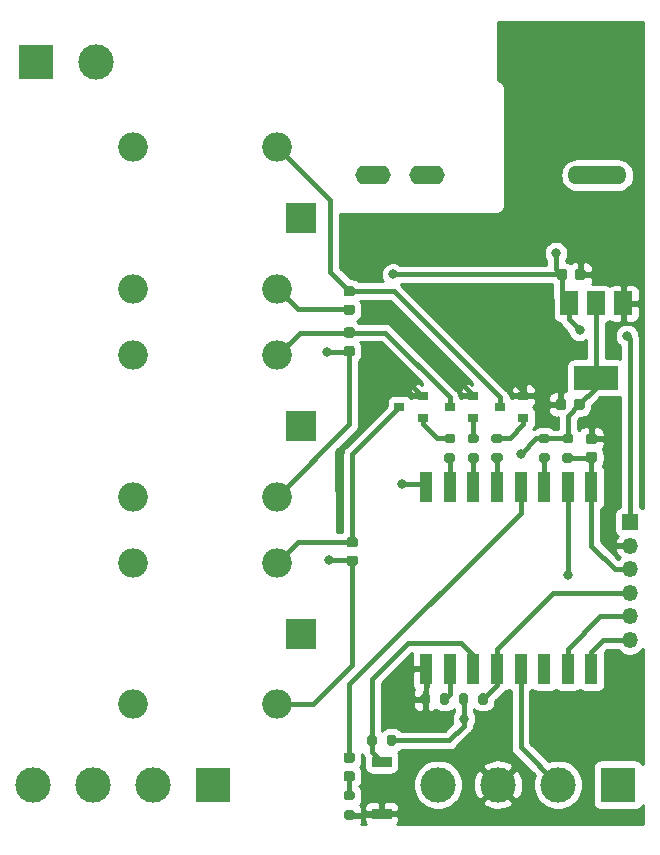
<source format=gbr>
%TF.GenerationSoftware,KiCad,Pcbnew,(5.1.8)-1*%
%TF.CreationDate,2022-05-08T18:20:05+08:00*%
%TF.ProjectId,smartkey,736d6172-746b-4657-992e-6b696361645f,rev?*%
%TF.SameCoordinates,Original*%
%TF.FileFunction,Copper,L1,Top*%
%TF.FilePolarity,Positive*%
%FSLAX46Y46*%
G04 Gerber Fmt 4.6, Leading zero omitted, Abs format (unit mm)*
G04 Created by KiCad (PCBNEW (5.1.8)-1) date 2022-05-08 18:20:05*
%MOMM*%
%LPD*%
G01*
G04 APERTURE LIST*
%TA.AperFunction,ComponentPad*%
%ADD10O,2.500000X2.500000*%
%TD*%
%TA.AperFunction,ComponentPad*%
%ADD11R,2.500000X2.500000*%
%TD*%
%TA.AperFunction,ComponentPad*%
%ADD12C,3.000000*%
%TD*%
%TA.AperFunction,ComponentPad*%
%ADD13R,3.000000X3.000000*%
%TD*%
%TA.AperFunction,SMDPad,CuDef*%
%ADD14R,1.100000X2.600000*%
%TD*%
%TA.AperFunction,SMDPad,CuDef*%
%ADD15R,1.500000X2.000000*%
%TD*%
%TA.AperFunction,SMDPad,CuDef*%
%ADD16R,3.800000X2.000000*%
%TD*%
%TA.AperFunction,SMDPad,CuDef*%
%ADD17R,1.700000X0.900000*%
%TD*%
%TA.AperFunction,SMDPad,CuDef*%
%ADD18R,0.900000X0.800000*%
%TD*%
%TA.AperFunction,ComponentPad*%
%ADD19O,1.350000X1.350000*%
%TD*%
%TA.AperFunction,ComponentPad*%
%ADD20R,1.350000X1.350000*%
%TD*%
%TA.AperFunction,ViaPad*%
%ADD21C,0.800000*%
%TD*%
%TA.AperFunction,Conductor*%
%ADD22C,0.400000*%
%TD*%
%TA.AperFunction,Conductor*%
%ADD23C,0.254000*%
%TD*%
%TA.AperFunction,Conductor*%
%ADD24C,0.350000*%
%TD*%
%ADD25C,0.350000*%
%ADD26O,2.999999X1.599999*%
%ADD27O,4.999999X1.599999*%
G04 APERTURE END LIST*
D10*
%TO.P,K1,5*%
%TO.N,+5V*%
X123400000Y-90000000D03*
%TO.P,K1,4*%
%TO.N,N/C*%
X111200000Y-90000000D03*
%TO.P,K1,3*%
%TO.N,OUT3_L*%
X111200000Y-78000000D03*
%TO.P,K1,2*%
%TO.N,Net-(D1-Pad2)*%
X123400000Y-78000000D03*
D11*
%TO.P,K1,1*%
%TO.N,220V_L*%
X125400000Y-84000000D03*
%TD*%
%TO.P,D4,2*%
%TO.N,Net-(D4-Pad2)*%
%TA.AperFunction,SMDPad,CuDef*%
G36*
G01*
X129756250Y-130150000D02*
X129243750Y-130150000D01*
G75*
G02*
X129025000Y-129931250I0J218750D01*
G01*
X129025000Y-129493750D01*
G75*
G02*
X129243750Y-129275000I218750J0D01*
G01*
X129756250Y-129275000D01*
G75*
G02*
X129975000Y-129493750I0J-218750D01*
G01*
X129975000Y-129931250D01*
G75*
G02*
X129756250Y-130150000I-218750J0D01*
G01*
G37*
%TD.AperFunction*%
%TO.P,D4,1*%
%TO.N,Net-(D4-Pad1)*%
%TA.AperFunction,SMDPad,CuDef*%
G36*
G01*
X129756250Y-131725000D02*
X129243750Y-131725000D01*
G75*
G02*
X129025000Y-131506250I0J218750D01*
G01*
X129025000Y-131068750D01*
G75*
G02*
X129243750Y-130850000I218750J0D01*
G01*
X129756250Y-130850000D01*
G75*
G02*
X129975000Y-131068750I0J-218750D01*
G01*
X129975000Y-131506250D01*
G75*
G02*
X129756250Y-131725000I-218750J0D01*
G01*
G37*
%TD.AperFunction*%
%TD*%
%TO.P,R6,2*%
%TO.N,Net-(D4-Pad1)*%
%TA.AperFunction,SMDPad,CuDef*%
G36*
G01*
X129775000Y-133325000D02*
X129225000Y-133325000D01*
G75*
G02*
X129025000Y-133125000I0J200000D01*
G01*
X129025000Y-132725000D01*
G75*
G02*
X129225000Y-132525000I200000J0D01*
G01*
X129775000Y-132525000D01*
G75*
G02*
X129975000Y-132725000I0J-200000D01*
G01*
X129975000Y-133125000D01*
G75*
G02*
X129775000Y-133325000I-200000J0D01*
G01*
G37*
%TD.AperFunction*%
%TO.P,R6,1*%
%TO.N,GND*%
%TA.AperFunction,SMDPad,CuDef*%
G36*
G01*
X129775000Y-134975000D02*
X129225000Y-134975000D01*
G75*
G02*
X129025000Y-134775000I0J200000D01*
G01*
X129025000Y-134375000D01*
G75*
G02*
X129225000Y-134175000I200000J0D01*
G01*
X129775000Y-134175000D01*
G75*
G02*
X129975000Y-134375000I0J-200000D01*
G01*
X129975000Y-134775000D01*
G75*
G02*
X129775000Y-134975000I-200000J0D01*
G01*
G37*
%TD.AperFunction*%
%TD*%
D12*
%TO.P,J2,4*%
%TO.N,+5V*%
X137010000Y-132000000D03*
D13*
%TO.P,J2,1*%
%TO.N,ADC*%
X152250000Y-132000000D03*
D12*
%TO.P,J2,3*%
%TO.N,GND*%
X142090000Y-132000000D03*
%TO.P,J2,2*%
%TO.N,CHECK_IO*%
X147170000Y-132000000D03*
%TD*%
D14*
%TO.P,U1,16*%
%TO.N,TXD*%
X150000000Y-122200000D03*
%TO.P,U1,15*%
%TO.N,RXD*%
X148000000Y-122200000D03*
%TO.P,U1,14*%
%TO.N,N/C*%
X146000000Y-122200000D03*
%TO.P,U1,13*%
%TO.N,CHECK_IO*%
X144000000Y-122200000D03*
%TO.P,U1,12*%
%TO.N,IO0*%
X142000000Y-122200000D03*
%TO.P,U1,11*%
%TO.N,BTN*%
X140000000Y-122200000D03*
%TO.P,U1,10*%
%TO.N,Net-(R5-Pad2)*%
X138000000Y-122200000D03*
%TO.P,U1,9*%
%TO.N,GND*%
X136000000Y-122200000D03*
%TO.P,U1,8*%
%TO.N,+3V3*%
X136000000Y-106800000D03*
%TO.P,U1,7*%
%TO.N,EN3*%
X138000000Y-106800000D03*
%TO.P,U1,6*%
%TO.N,EN2*%
X140000000Y-106800000D03*
%TO.P,U1,5*%
%TO.N,EN1*%
X142000000Y-106800000D03*
%TO.P,U1,4*%
%TO.N,Net-(D4-Pad2)*%
X144000000Y-106800000D03*
%TO.P,U1,3*%
%TO.N,Net-(R3-Pad2)*%
X146000000Y-106800000D03*
%TO.P,U1,2*%
%TO.N,ADC*%
X148000000Y-106800000D03*
%TO.P,U1,1*%
%TO.N,EN*%
X150000000Y-106800000D03*
%TD*%
D15*
%TO.P,U3,1*%
%TO.N,GND*%
X152700000Y-91250000D03*
%TO.P,U3,3*%
%TO.N,+5V*%
X148100000Y-91250000D03*
%TO.P,U3,2*%
%TO.N,+3V3*%
X150400000Y-91250000D03*
D16*
X150400000Y-97550000D03*
%TD*%
D17*
%TO.P,SW1,2*%
%TO.N,BTN*%
X132250000Y-130050000D03*
%TO.P,SW1,1*%
%TO.N,GND*%
X132250000Y-134450000D03*
%TD*%
%TO.P,R7,2*%
%TO.N,EN1*%
%TA.AperFunction,SMDPad,CuDef*%
G36*
G01*
X141725000Y-103925000D02*
X142275000Y-103925000D01*
G75*
G02*
X142475000Y-104125000I0J-200000D01*
G01*
X142475000Y-104525000D01*
G75*
G02*
X142275000Y-104725000I-200000J0D01*
G01*
X141725000Y-104725000D01*
G75*
G02*
X141525000Y-104525000I0J200000D01*
G01*
X141525000Y-104125000D01*
G75*
G02*
X141725000Y-103925000I200000J0D01*
G01*
G37*
%TD.AperFunction*%
%TO.P,R7,1*%
%TO.N,Net-(Q1-Pad1)*%
%TA.AperFunction,SMDPad,CuDef*%
G36*
G01*
X141725000Y-102275000D02*
X142275000Y-102275000D01*
G75*
G02*
X142475000Y-102475000I0J-200000D01*
G01*
X142475000Y-102875000D01*
G75*
G02*
X142275000Y-103075000I-200000J0D01*
G01*
X141725000Y-103075000D01*
G75*
G02*
X141525000Y-102875000I0J200000D01*
G01*
X141525000Y-102475000D01*
G75*
G02*
X141725000Y-102275000I200000J0D01*
G01*
G37*
%TD.AperFunction*%
%TD*%
%TO.P,R5,2*%
%TO.N,Net-(R5-Pad2)*%
%TA.AperFunction,SMDPad,CuDef*%
G36*
G01*
X137175000Y-125025000D02*
X137175000Y-124475000D01*
G75*
G02*
X137375000Y-124275000I200000J0D01*
G01*
X137775000Y-124275000D01*
G75*
G02*
X137975000Y-124475000I0J-200000D01*
G01*
X137975000Y-125025000D01*
G75*
G02*
X137775000Y-125225000I-200000J0D01*
G01*
X137375000Y-125225000D01*
G75*
G02*
X137175000Y-125025000I0J200000D01*
G01*
G37*
%TD.AperFunction*%
%TO.P,R5,1*%
%TO.N,GND*%
%TA.AperFunction,SMDPad,CuDef*%
G36*
G01*
X135525000Y-125025000D02*
X135525000Y-124475000D01*
G75*
G02*
X135725000Y-124275000I200000J0D01*
G01*
X136125000Y-124275000D01*
G75*
G02*
X136325000Y-124475000I0J-200000D01*
G01*
X136325000Y-125025000D01*
G75*
G02*
X136125000Y-125225000I-200000J0D01*
G01*
X135725000Y-125225000D01*
G75*
G02*
X135525000Y-125025000I0J200000D01*
G01*
G37*
%TD.AperFunction*%
%TD*%
%TO.P,R4,2*%
%TO.N,BTN*%
%TA.AperFunction,SMDPad,CuDef*%
G36*
G01*
X131825000Y-127975000D02*
X131825000Y-128525000D01*
G75*
G02*
X131625000Y-128725000I-200000J0D01*
G01*
X131225000Y-128725000D01*
G75*
G02*
X131025000Y-128525000I0J200000D01*
G01*
X131025000Y-127975000D01*
G75*
G02*
X131225000Y-127775000I200000J0D01*
G01*
X131625000Y-127775000D01*
G75*
G02*
X131825000Y-127975000I0J-200000D01*
G01*
G37*
%TD.AperFunction*%
%TO.P,R4,1*%
%TO.N,+3V3*%
%TA.AperFunction,SMDPad,CuDef*%
G36*
G01*
X133475000Y-127975000D02*
X133475000Y-128525000D01*
G75*
G02*
X133275000Y-128725000I-200000J0D01*
G01*
X132875000Y-128725000D01*
G75*
G02*
X132675000Y-128525000I0J200000D01*
G01*
X132675000Y-127975000D01*
G75*
G02*
X132875000Y-127775000I200000J0D01*
G01*
X133275000Y-127775000D01*
G75*
G02*
X133475000Y-127975000I0J-200000D01*
G01*
G37*
%TD.AperFunction*%
%TD*%
%TO.P,R3,2*%
%TO.N,Net-(R3-Pad2)*%
%TA.AperFunction,SMDPad,CuDef*%
G36*
G01*
X145725000Y-103925000D02*
X146275000Y-103925000D01*
G75*
G02*
X146475000Y-104125000I0J-200000D01*
G01*
X146475000Y-104525000D01*
G75*
G02*
X146275000Y-104725000I-200000J0D01*
G01*
X145725000Y-104725000D01*
G75*
G02*
X145525000Y-104525000I0J200000D01*
G01*
X145525000Y-104125000D01*
G75*
G02*
X145725000Y-103925000I200000J0D01*
G01*
G37*
%TD.AperFunction*%
%TO.P,R3,1*%
%TO.N,+3V3*%
%TA.AperFunction,SMDPad,CuDef*%
G36*
G01*
X145725000Y-102275000D02*
X146275000Y-102275000D01*
G75*
G02*
X146475000Y-102475000I0J-200000D01*
G01*
X146475000Y-102875000D01*
G75*
G02*
X146275000Y-103075000I-200000J0D01*
G01*
X145725000Y-103075000D01*
G75*
G02*
X145525000Y-102875000I0J200000D01*
G01*
X145525000Y-102475000D01*
G75*
G02*
X145725000Y-102275000I200000J0D01*
G01*
G37*
%TD.AperFunction*%
%TD*%
%TO.P,R2,2*%
%TO.N,IO0*%
%TA.AperFunction,SMDPad,CuDef*%
G36*
G01*
X140425000Y-125025000D02*
X140425000Y-124475000D01*
G75*
G02*
X140625000Y-124275000I200000J0D01*
G01*
X141025000Y-124275000D01*
G75*
G02*
X141225000Y-124475000I0J-200000D01*
G01*
X141225000Y-125025000D01*
G75*
G02*
X141025000Y-125225000I-200000J0D01*
G01*
X140625000Y-125225000D01*
G75*
G02*
X140425000Y-125025000I0J200000D01*
G01*
G37*
%TD.AperFunction*%
%TO.P,R2,1*%
%TO.N,+3V3*%
%TA.AperFunction,SMDPad,CuDef*%
G36*
G01*
X138775000Y-125025000D02*
X138775000Y-124475000D01*
G75*
G02*
X138975000Y-124275000I200000J0D01*
G01*
X139375000Y-124275000D01*
G75*
G02*
X139575000Y-124475000I0J-200000D01*
G01*
X139575000Y-125025000D01*
G75*
G02*
X139375000Y-125225000I-200000J0D01*
G01*
X138975000Y-125225000D01*
G75*
G02*
X138775000Y-125025000I0J200000D01*
G01*
G37*
%TD.AperFunction*%
%TD*%
%TO.P,R1,2*%
%TO.N,+3V3*%
%TA.AperFunction,SMDPad,CuDef*%
G36*
G01*
X148275000Y-103075000D02*
X147725000Y-103075000D01*
G75*
G02*
X147525000Y-102875000I0J200000D01*
G01*
X147525000Y-102475000D01*
G75*
G02*
X147725000Y-102275000I200000J0D01*
G01*
X148275000Y-102275000D01*
G75*
G02*
X148475000Y-102475000I0J-200000D01*
G01*
X148475000Y-102875000D01*
G75*
G02*
X148275000Y-103075000I-200000J0D01*
G01*
G37*
%TD.AperFunction*%
%TO.P,R1,1*%
%TO.N,EN*%
%TA.AperFunction,SMDPad,CuDef*%
G36*
G01*
X148275000Y-104725000D02*
X147725000Y-104725000D01*
G75*
G02*
X147525000Y-104525000I0J200000D01*
G01*
X147525000Y-104125000D01*
G75*
G02*
X147725000Y-103925000I200000J0D01*
G01*
X148275000Y-103925000D01*
G75*
G02*
X148475000Y-104125000I0J-200000D01*
G01*
X148475000Y-104525000D01*
G75*
G02*
X148275000Y-104725000I-200000J0D01*
G01*
G37*
%TD.AperFunction*%
%TD*%
D18*
%TO.P,Q1,3*%
%TO.N,Net-(D1-Pad2)*%
X142250000Y-100000000D03*
%TO.P,Q1,2*%
%TO.N,GND*%
X144250000Y-99050000D03*
%TO.P,Q1,1*%
%TO.N,Net-(Q1-Pad1)*%
X144250000Y-100950000D03*
%TD*%
D19*
%TO.P,J4,6*%
%TO.N,TXD*%
X153250000Y-119750000D03*
%TO.P,J4,5*%
%TO.N,RXD*%
X153250000Y-117750000D03*
%TO.P,J4,4*%
%TO.N,IO0*%
X153250000Y-115750000D03*
%TO.P,J4,3*%
%TO.N,EN*%
X153250000Y-113750000D03*
%TO.P,J4,2*%
%TO.N,GND*%
X153250000Y-111750000D03*
D20*
%TO.P,J4,1*%
%TO.N,+5V*%
X153250000Y-109750000D03*
%TD*%
%TO.P,D1,2*%
%TO.N,Net-(D1-Pad2)*%
%TA.AperFunction,SMDPad,CuDef*%
G36*
G01*
X129756250Y-90650000D02*
X129243750Y-90650000D01*
G75*
G02*
X129025000Y-90431250I0J218750D01*
G01*
X129025000Y-89993750D01*
G75*
G02*
X129243750Y-89775000I218750J0D01*
G01*
X129756250Y-89775000D01*
G75*
G02*
X129975000Y-89993750I0J-218750D01*
G01*
X129975000Y-90431250D01*
G75*
G02*
X129756250Y-90650000I-218750J0D01*
G01*
G37*
%TD.AperFunction*%
%TO.P,D1,1*%
%TO.N,+5V*%
%TA.AperFunction,SMDPad,CuDef*%
G36*
G01*
X129756250Y-92225000D02*
X129243750Y-92225000D01*
G75*
G02*
X129025000Y-92006250I0J218750D01*
G01*
X129025000Y-91568750D01*
G75*
G02*
X129243750Y-91350000I218750J0D01*
G01*
X129756250Y-91350000D01*
G75*
G02*
X129975000Y-91568750I0J-218750D01*
G01*
X129975000Y-92006250D01*
G75*
G02*
X129756250Y-92225000I-218750J0D01*
G01*
G37*
%TD.AperFunction*%
%TD*%
%TO.P,C3,2*%
%TO.N,GND*%
%TA.AperFunction,SMDPad,CuDef*%
G36*
G01*
X147875000Y-99550000D02*
X147875000Y-100050000D01*
G75*
G02*
X147650000Y-100275000I-225000J0D01*
G01*
X147200000Y-100275000D01*
G75*
G02*
X146975000Y-100050000I0J225000D01*
G01*
X146975000Y-99550000D01*
G75*
G02*
X147200000Y-99325000I225000J0D01*
G01*
X147650000Y-99325000D01*
G75*
G02*
X147875000Y-99550000I0J-225000D01*
G01*
G37*
%TD.AperFunction*%
%TO.P,C3,1*%
%TO.N,+3V3*%
%TA.AperFunction,SMDPad,CuDef*%
G36*
G01*
X149425000Y-99550000D02*
X149425000Y-100050000D01*
G75*
G02*
X149200000Y-100275000I-225000J0D01*
G01*
X148750000Y-100275000D01*
G75*
G02*
X148525000Y-100050000I0J225000D01*
G01*
X148525000Y-99550000D01*
G75*
G02*
X148750000Y-99325000I225000J0D01*
G01*
X149200000Y-99325000D01*
G75*
G02*
X149425000Y-99550000I0J-225000D01*
G01*
G37*
%TD.AperFunction*%
%TD*%
%TO.P,C2,2*%
%TO.N,GND*%
%TA.AperFunction,SMDPad,CuDef*%
G36*
G01*
X148605000Y-89050000D02*
X148605000Y-88550000D01*
G75*
G02*
X148830000Y-88325000I225000J0D01*
G01*
X149280000Y-88325000D01*
G75*
G02*
X149505000Y-88550000I0J-225000D01*
G01*
X149505000Y-89050000D01*
G75*
G02*
X149280000Y-89275000I-225000J0D01*
G01*
X148830000Y-89275000D01*
G75*
G02*
X148605000Y-89050000I0J225000D01*
G01*
G37*
%TD.AperFunction*%
%TO.P,C2,1*%
%TO.N,+5V*%
%TA.AperFunction,SMDPad,CuDef*%
G36*
G01*
X147055000Y-89050000D02*
X147055000Y-88550000D01*
G75*
G02*
X147280000Y-88325000I225000J0D01*
G01*
X147730000Y-88325000D01*
G75*
G02*
X147955000Y-88550000I0J-225000D01*
G01*
X147955000Y-89050000D01*
G75*
G02*
X147730000Y-89275000I-225000J0D01*
G01*
X147280000Y-89275000D01*
G75*
G02*
X147055000Y-89050000I0J225000D01*
G01*
G37*
%TD.AperFunction*%
%TD*%
%TO.P,C1,2*%
%TO.N,GND*%
%TA.AperFunction,SMDPad,CuDef*%
G36*
G01*
X150250000Y-103175000D02*
X149750000Y-103175000D01*
G75*
G02*
X149525000Y-102950000I0J225000D01*
G01*
X149525000Y-102500000D01*
G75*
G02*
X149750000Y-102275000I225000J0D01*
G01*
X150250000Y-102275000D01*
G75*
G02*
X150475000Y-102500000I0J-225000D01*
G01*
X150475000Y-102950000D01*
G75*
G02*
X150250000Y-103175000I-225000J0D01*
G01*
G37*
%TD.AperFunction*%
%TO.P,C1,1*%
%TO.N,EN*%
%TA.AperFunction,SMDPad,CuDef*%
G36*
G01*
X150250000Y-104725000D02*
X149750000Y-104725000D01*
G75*
G02*
X149525000Y-104500000I0J225000D01*
G01*
X149525000Y-104050000D01*
G75*
G02*
X149750000Y-103825000I225000J0D01*
G01*
X150250000Y-103825000D01*
G75*
G02*
X150475000Y-104050000I0J-225000D01*
G01*
X150475000Y-104500000D01*
G75*
G02*
X150250000Y-104725000I-225000J0D01*
G01*
G37*
%TD.AperFunction*%
%TD*%
D12*
%TO.P,J1,2*%
%TO.N,220V_L*%
X108080000Y-70800000D03*
D13*
%TO.P,J1,1*%
%TO.N,220V_N*%
X103000000Y-70800000D03*
%TD*%
%TO.P,R10,2*%
%TO.N,EN3*%
%TA.AperFunction,SMDPad,CuDef*%
G36*
G01*
X137725000Y-103925000D02*
X138275000Y-103925000D01*
G75*
G02*
X138475000Y-104125000I0J-200000D01*
G01*
X138475000Y-104525000D01*
G75*
G02*
X138275000Y-104725000I-200000J0D01*
G01*
X137725000Y-104725000D01*
G75*
G02*
X137525000Y-104525000I0J200000D01*
G01*
X137525000Y-104125000D01*
G75*
G02*
X137725000Y-103925000I200000J0D01*
G01*
G37*
%TD.AperFunction*%
%TO.P,R10,1*%
%TO.N,Net-(Q3-Pad1)*%
%TA.AperFunction,SMDPad,CuDef*%
G36*
G01*
X137725000Y-102275000D02*
X138275000Y-102275000D01*
G75*
G02*
X138475000Y-102475000I0J-200000D01*
G01*
X138475000Y-102875000D01*
G75*
G02*
X138275000Y-103075000I-200000J0D01*
G01*
X137725000Y-103075000D01*
G75*
G02*
X137525000Y-102875000I0J200000D01*
G01*
X137525000Y-102475000D01*
G75*
G02*
X137725000Y-102275000I200000J0D01*
G01*
G37*
%TD.AperFunction*%
%TD*%
%TO.P,R9,2*%
%TO.N,EN2*%
%TA.AperFunction,SMDPad,CuDef*%
G36*
G01*
X139725000Y-103925000D02*
X140275000Y-103925000D01*
G75*
G02*
X140475000Y-104125000I0J-200000D01*
G01*
X140475000Y-104525000D01*
G75*
G02*
X140275000Y-104725000I-200000J0D01*
G01*
X139725000Y-104725000D01*
G75*
G02*
X139525000Y-104525000I0J200000D01*
G01*
X139525000Y-104125000D01*
G75*
G02*
X139725000Y-103925000I200000J0D01*
G01*
G37*
%TD.AperFunction*%
%TO.P,R9,1*%
%TO.N,Net-(Q2-Pad1)*%
%TA.AperFunction,SMDPad,CuDef*%
G36*
G01*
X139725000Y-102275000D02*
X140275000Y-102275000D01*
G75*
G02*
X140475000Y-102475000I0J-200000D01*
G01*
X140475000Y-102875000D01*
G75*
G02*
X140275000Y-103075000I-200000J0D01*
G01*
X139725000Y-103075000D01*
G75*
G02*
X139525000Y-102875000I0J200000D01*
G01*
X139525000Y-102475000D01*
G75*
G02*
X139725000Y-102275000I200000J0D01*
G01*
G37*
%TD.AperFunction*%
%TD*%
D18*
%TO.P,Q3,3*%
%TO.N,Net-(D3-Pad2)*%
X133750000Y-100000000D03*
%TO.P,Q3,2*%
%TO.N,GND*%
X135750000Y-99050000D03*
%TO.P,Q3,1*%
%TO.N,Net-(Q3-Pad1)*%
X135750000Y-100950000D03*
%TD*%
%TO.P,Q2,3*%
%TO.N,Net-(D2-Pad2)*%
X138000000Y-100000000D03*
%TO.P,Q2,2*%
%TO.N,GND*%
X140000000Y-99050000D03*
%TO.P,Q2,1*%
%TO.N,Net-(Q2-Pad1)*%
X140000000Y-100950000D03*
%TD*%
D10*
%TO.P,K3,5*%
%TO.N,+5V*%
X123400000Y-125200000D03*
%TO.P,K3,4*%
%TO.N,N/C*%
X111200000Y-125200000D03*
%TO.P,K3,3*%
%TO.N,OUT1_L*%
X111200000Y-113200000D03*
%TO.P,K3,2*%
%TO.N,Net-(D3-Pad2)*%
X123400000Y-113200000D03*
D11*
%TO.P,K3,1*%
%TO.N,220V_L*%
X125400000Y-119200000D03*
%TD*%
D10*
%TO.P,K2,5*%
%TO.N,+5V*%
X123400000Y-107600000D03*
%TO.P,K2,4*%
%TO.N,N/C*%
X111200000Y-107600000D03*
%TO.P,K2,3*%
%TO.N,OUT2_L*%
X111200000Y-95600000D03*
%TO.P,K2,2*%
%TO.N,Net-(D2-Pad2)*%
X123400000Y-95600000D03*
D11*
%TO.P,K2,1*%
%TO.N,220V_L*%
X125400000Y-101600000D03*
%TD*%
%TO.P,D3,2*%
%TO.N,Net-(D3-Pad2)*%
%TA.AperFunction,SMDPad,CuDef*%
G36*
G01*
X130006250Y-111900000D02*
X129493750Y-111900000D01*
G75*
G02*
X129275000Y-111681250I0J218750D01*
G01*
X129275000Y-111243750D01*
G75*
G02*
X129493750Y-111025000I218750J0D01*
G01*
X130006250Y-111025000D01*
G75*
G02*
X130225000Y-111243750I0J-218750D01*
G01*
X130225000Y-111681250D01*
G75*
G02*
X130006250Y-111900000I-218750J0D01*
G01*
G37*
%TD.AperFunction*%
%TO.P,D3,1*%
%TO.N,+5V*%
%TA.AperFunction,SMDPad,CuDef*%
G36*
G01*
X130006250Y-113475000D02*
X129493750Y-113475000D01*
G75*
G02*
X129275000Y-113256250I0J218750D01*
G01*
X129275000Y-112818750D01*
G75*
G02*
X129493750Y-112600000I218750J0D01*
G01*
X130006250Y-112600000D01*
G75*
G02*
X130225000Y-112818750I0J-218750D01*
G01*
X130225000Y-113256250D01*
G75*
G02*
X130006250Y-113475000I-218750J0D01*
G01*
G37*
%TD.AperFunction*%
%TD*%
%TO.P,D2,2*%
%TO.N,Net-(D2-Pad2)*%
%TA.AperFunction,SMDPad,CuDef*%
G36*
G01*
X129756250Y-94150000D02*
X129243750Y-94150000D01*
G75*
G02*
X129025000Y-93931250I0J218750D01*
G01*
X129025000Y-93493750D01*
G75*
G02*
X129243750Y-93275000I218750J0D01*
G01*
X129756250Y-93275000D01*
G75*
G02*
X129975000Y-93493750I0J-218750D01*
G01*
X129975000Y-93931250D01*
G75*
G02*
X129756250Y-94150000I-218750J0D01*
G01*
G37*
%TD.AperFunction*%
%TO.P,D2,1*%
%TO.N,+5V*%
%TA.AperFunction,SMDPad,CuDef*%
G36*
G01*
X129756250Y-95725000D02*
X129243750Y-95725000D01*
G75*
G02*
X129025000Y-95506250I0J218750D01*
G01*
X129025000Y-95068750D01*
G75*
G02*
X129243750Y-94850000I218750J0D01*
G01*
X129756250Y-94850000D01*
G75*
G02*
X129975000Y-95068750I0J-218750D01*
G01*
X129975000Y-95506250D01*
G75*
G02*
X129756250Y-95725000I-218750J0D01*
G01*
G37*
%TD.AperFunction*%
%TD*%
D12*
%TO.P,J6,4*%
%TO.N,220V_N*%
X102760000Y-132000000D03*
D13*
%TO.P,J6,1*%
%TO.N,OUT3_L*%
X118000000Y-132000000D03*
D12*
%TO.P,J6,3*%
%TO.N,OUT1_L*%
X107840000Y-132000000D03*
%TO.P,J6,2*%
%TO.N,OUT2_L*%
X112920000Y-132000000D03*
%TD*%
D21*
%TO.N,GND*%
X150400000Y-88800000D03*
X138400000Y-97400000D03*
X134200000Y-97600000D03*
X142800000Y-97200000D03*
X136000000Y-126400000D03*
%TO.N,+5V*%
X153000000Y-94000000D03*
X149000000Y-93500000D03*
X147000000Y-87000000D03*
X133200000Y-88800000D03*
X127600000Y-95400000D03*
X127800000Y-113000000D03*
%TO.N,+3V3*%
X144000000Y-104000000D03*
X134000000Y-106500000D03*
X139200000Y-126400000D03*
%TO.N,ADC*%
X148000000Y-114250000D03*
%TD*%
D22*
%TO.N,GND*%
X136000000Y-124675000D02*
X135925000Y-124750000D01*
X136000000Y-122200000D02*
X136000000Y-124675000D01*
X132125000Y-134575000D02*
X132250000Y-134450000D01*
X129500000Y-134575000D02*
X132125000Y-134575000D01*
X149055000Y-88800000D02*
X150400000Y-88800000D01*
X140000000Y-99000000D02*
X138400000Y-97400000D01*
X140000000Y-99050000D02*
X140000000Y-99000000D01*
X135650000Y-99050000D02*
X134200000Y-97600000D01*
X135750000Y-99050000D02*
X135650000Y-99050000D01*
X144250000Y-98650000D02*
X142800000Y-97200000D01*
X144250000Y-99050000D02*
X144250000Y-98650000D01*
X135925000Y-126325000D02*
X136000000Y-126400000D01*
X135925000Y-124750000D02*
X135925000Y-126325000D01*
%TO.N,+5V*%
X124300000Y-125200000D02*
X123400000Y-125200000D01*
X129462500Y-91750000D02*
X129500000Y-91787500D01*
X125150000Y-91750000D02*
X129462500Y-91750000D01*
X123400000Y-90000000D02*
X125150000Y-91750000D01*
X126401054Y-125200000D02*
X123400000Y-125200000D01*
X129750000Y-121851054D02*
X126401054Y-125200000D01*
X129750000Y-113037500D02*
X129750000Y-121851054D01*
X147505000Y-90655000D02*
X148100000Y-91250000D01*
X147505000Y-88800000D02*
X147505000Y-90655000D01*
X153250000Y-94250000D02*
X153000000Y-94000000D01*
X153250000Y-109750000D02*
X153250000Y-94250000D01*
X148100000Y-92600000D02*
X149000000Y-93500000D01*
X148100000Y-91250000D02*
X148100000Y-92600000D01*
X147000000Y-88295000D02*
X147505000Y-88800000D01*
X147000000Y-87000000D02*
X147000000Y-88295000D01*
X147505000Y-88800000D02*
X133200000Y-88800000D01*
X129387500Y-95400000D02*
X129500000Y-95287500D01*
X127600000Y-95400000D02*
X129387500Y-95400000D01*
X129712500Y-113000000D02*
X129750000Y-113037500D01*
X127800000Y-113000000D02*
X129712500Y-113000000D01*
X129500000Y-95287500D02*
X129500000Y-101500000D01*
X129500000Y-101500000D02*
X123400000Y-107600000D01*
%TO.N,+3V3*%
X146000000Y-102675000D02*
X148000000Y-102675000D01*
X148000000Y-100775000D02*
X148975000Y-99800000D01*
X148000000Y-102675000D02*
X148000000Y-100775000D01*
X150400000Y-98375000D02*
X148975000Y-99800000D01*
X150400000Y-97550000D02*
X150400000Y-98375000D01*
X150400000Y-91250000D02*
X150400000Y-97550000D01*
X145325000Y-102675000D02*
X144000000Y-104000000D01*
X146000000Y-102675000D02*
X145325000Y-102675000D01*
X135700000Y-106500000D02*
X136000000Y-106800000D01*
X134000000Y-106500000D02*
X135700000Y-106500000D01*
X139200000Y-124775000D02*
X139175000Y-124750000D01*
X139200000Y-126400000D02*
X139200000Y-124775000D01*
X139200000Y-127000000D02*
X139200000Y-126400000D01*
X137950000Y-128250000D02*
X139200000Y-127000000D01*
X133075000Y-128250000D02*
X137950000Y-128250000D01*
%TO.N,Net-(D1-Pad2)*%
X133262500Y-90212500D02*
X129500000Y-90212500D01*
X142250000Y-99200000D02*
X133262500Y-90212500D01*
X142250000Y-100000000D02*
X142250000Y-99200000D01*
X127900000Y-88612500D02*
X129500000Y-90212500D01*
X127900000Y-82500000D02*
X127900000Y-88612500D01*
X123400000Y-78000000D02*
X127900000Y-82500000D01*
%TO.N,Net-(Q1-Pad1)*%
X144250000Y-101500000D02*
X143075000Y-102675000D01*
X143075000Y-102675000D02*
X142000000Y-102675000D01*
X144250000Y-100950000D02*
X144250000Y-101500000D01*
%TO.N,EN*%
X150075000Y-106725000D02*
X150000000Y-106800000D01*
X150000000Y-111750000D02*
X150000000Y-106800000D01*
X152000000Y-113750000D02*
X150000000Y-111750000D01*
X153250000Y-113750000D02*
X152000000Y-113750000D01*
X149950000Y-104325000D02*
X150000000Y-104275000D01*
X148000000Y-104325000D02*
X149950000Y-104325000D01*
X150000000Y-104275000D02*
X150000000Y-106800000D01*
%TO.N,Net-(D2-Pad2)*%
X123712500Y-95287500D02*
X123400000Y-95600000D01*
X125287500Y-93712500D02*
X129500000Y-93712500D01*
X123400000Y-95600000D02*
X125287500Y-93712500D01*
X132512500Y-93712500D02*
X129500000Y-93712500D01*
X138000000Y-99200000D02*
X132512500Y-93712500D01*
X138000000Y-100000000D02*
X138000000Y-99200000D01*
%TO.N,Net-(D3-Pad2)*%
X125137500Y-111462500D02*
X123400000Y-113200000D01*
X129750000Y-111462500D02*
X125137500Y-111462500D01*
X133750000Y-100000000D02*
X129750000Y-104000000D01*
X129750000Y-104000000D02*
X129750000Y-111462500D01*
%TO.N,IO0*%
X142000000Y-120500000D02*
X142000000Y-122200000D01*
X146750000Y-115750000D02*
X142000000Y-120500000D01*
X153250000Y-115750000D02*
X146750000Y-115750000D01*
X142000000Y-123575000D02*
X140825000Y-124750000D01*
X142000000Y-122200000D02*
X142000000Y-123575000D01*
%TO.N,Net-(Q2-Pad1)*%
X140000000Y-100950000D02*
X140000000Y-102675000D01*
%TO.N,Net-(Q3-Pad1)*%
X135750000Y-101500000D02*
X135750000Y-100950000D01*
X136925000Y-102675000D02*
X135750000Y-101500000D01*
X138000000Y-102675000D02*
X136925000Y-102675000D01*
%TO.N,TXD*%
X151000000Y-119750000D02*
X153250000Y-119750000D01*
X150000000Y-120750000D02*
X151000000Y-119750000D01*
X150000000Y-122200000D02*
X150000000Y-120750000D01*
%TO.N,RXD*%
X150750000Y-117750000D02*
X148000000Y-120500000D01*
X148000000Y-120500000D02*
X148000000Y-122200000D01*
X153250000Y-117750000D02*
X150750000Y-117750000D01*
%TO.N,Net-(R3-Pad2)*%
X146000000Y-104325000D02*
X146000000Y-106800000D01*
%TO.N,Net-(R5-Pad2)*%
X138000000Y-124325000D02*
X137575000Y-124750000D01*
X138000000Y-122200000D02*
X138000000Y-124325000D01*
%TO.N,EN1*%
X142000000Y-104325000D02*
X142000000Y-106800000D01*
%TO.N,EN2*%
X140000000Y-104325000D02*
X140000000Y-106800000D01*
%TO.N,EN3*%
X138000000Y-104325000D02*
X138000000Y-106800000D01*
%TO.N,ADC*%
X148000000Y-106800000D02*
X148000000Y-114250000D01*
%TO.N,CHECK_IO*%
X144000000Y-128830000D02*
X147170000Y-132000000D01*
X144000000Y-122200000D02*
X144000000Y-128830000D01*
%TO.N,BTN*%
X131425000Y-123075000D02*
X131425000Y-128250000D01*
X134500000Y-120000000D02*
X131425000Y-123075000D01*
X140000000Y-121000000D02*
X139000000Y-120000000D01*
X139000000Y-120000000D02*
X134500000Y-120000000D01*
X140000000Y-122200000D02*
X140000000Y-121000000D01*
X131425000Y-129225000D02*
X132250000Y-130050000D01*
X131425000Y-128250000D02*
X131425000Y-129225000D01*
%TO.N,Net-(D4-Pad2)*%
X144000000Y-109000000D02*
X129500000Y-123500000D01*
X129500000Y-123500000D02*
X129500000Y-129712500D01*
X144000000Y-106800000D02*
X144000000Y-109000000D01*
%TO.N,Net-(D4-Pad1)*%
X129500000Y-132925000D02*
X129500000Y-131287500D01*
%TD*%
D23*
%TO.N,GND*%
X154340001Y-130257465D02*
X154339502Y-130255820D01*
X154280537Y-130145506D01*
X154201185Y-130048815D01*
X154104494Y-129969463D01*
X153994180Y-129910498D01*
X153874482Y-129874188D01*
X153750000Y-129861928D01*
X150750000Y-129861928D01*
X150625518Y-129874188D01*
X150505820Y-129910498D01*
X150395506Y-129969463D01*
X150298815Y-130048815D01*
X150219463Y-130145506D01*
X150160498Y-130255820D01*
X150124188Y-130375518D01*
X150111928Y-130500000D01*
X150111928Y-133500000D01*
X150124188Y-133624482D01*
X150160498Y-133744180D01*
X150219463Y-133854494D01*
X150298815Y-133951185D01*
X150395506Y-134030537D01*
X150505820Y-134089502D01*
X150625518Y-134125812D01*
X150750000Y-134138072D01*
X153750000Y-134138072D01*
X153874482Y-134125812D01*
X153994180Y-134089502D01*
X154104494Y-134030537D01*
X154201185Y-133951185D01*
X154280537Y-133854494D01*
X154339502Y-133744180D01*
X154340001Y-133742535D01*
X154340001Y-135340000D01*
X133560364Y-135340000D01*
X133630537Y-135254494D01*
X133689502Y-135144180D01*
X133725812Y-135024482D01*
X133738072Y-134900000D01*
X133735000Y-134735750D01*
X133576250Y-134577000D01*
X132377000Y-134577000D01*
X132377000Y-134597000D01*
X132123000Y-134597000D01*
X132123000Y-134577000D01*
X130923750Y-134577000D01*
X130765000Y-134735750D01*
X130761928Y-134900000D01*
X130774188Y-135024482D01*
X130810498Y-135144180D01*
X130869463Y-135254494D01*
X130939636Y-135340000D01*
X130496915Y-135340000D01*
X130505537Y-135329494D01*
X130564502Y-135219180D01*
X130600812Y-135099482D01*
X130613072Y-134975000D01*
X130610000Y-134860750D01*
X130451250Y-134702000D01*
X129627000Y-134702000D01*
X129627000Y-134722000D01*
X129373000Y-134722000D01*
X129373000Y-134702000D01*
X129353000Y-134702000D01*
X129353000Y-134448000D01*
X129373000Y-134448000D01*
X129373000Y-134428000D01*
X129627000Y-134428000D01*
X129627000Y-134448000D01*
X130451250Y-134448000D01*
X130610000Y-134289250D01*
X130613072Y-134175000D01*
X130600812Y-134050518D01*
X130585488Y-134000000D01*
X130761928Y-134000000D01*
X130765000Y-134164250D01*
X130923750Y-134323000D01*
X132123000Y-134323000D01*
X132123000Y-133523750D01*
X132377000Y-133523750D01*
X132377000Y-134323000D01*
X133576250Y-134323000D01*
X133735000Y-134164250D01*
X133738072Y-134000000D01*
X133725812Y-133875518D01*
X133689502Y-133755820D01*
X133630537Y-133645506D01*
X133551185Y-133548815D01*
X133454494Y-133469463D01*
X133344180Y-133410498D01*
X133224482Y-133374188D01*
X133100000Y-133361928D01*
X132535750Y-133365000D01*
X132377000Y-133523750D01*
X132123000Y-133523750D01*
X131964250Y-133365000D01*
X131400000Y-133361928D01*
X131275518Y-133374188D01*
X131155820Y-133410498D01*
X131045506Y-133469463D01*
X130948815Y-133548815D01*
X130869463Y-133645506D01*
X130810498Y-133755820D01*
X130774188Y-133875518D01*
X130761928Y-134000000D01*
X130585488Y-134000000D01*
X130564502Y-133930820D01*
X130505537Y-133820506D01*
X130426185Y-133723815D01*
X130388137Y-133692590D01*
X130471831Y-133590608D01*
X130549278Y-133445716D01*
X130596969Y-133288500D01*
X130613072Y-133125000D01*
X130613072Y-132725000D01*
X130596969Y-132561500D01*
X130549278Y-132404284D01*
X130471831Y-132259392D01*
X130367606Y-132132394D01*
X130352505Y-132120001D01*
X130362115Y-132112115D01*
X130468671Y-131982275D01*
X130547850Y-131834142D01*
X130561324Y-131789721D01*
X134875000Y-131789721D01*
X134875000Y-132210279D01*
X134957047Y-132622756D01*
X135117988Y-133011302D01*
X135351637Y-133360983D01*
X135649017Y-133658363D01*
X135998698Y-133892012D01*
X136387244Y-134052953D01*
X136799721Y-134135000D01*
X137220279Y-134135000D01*
X137632756Y-134052953D01*
X138021302Y-133892012D01*
X138370983Y-133658363D01*
X138537693Y-133491653D01*
X140777952Y-133491653D01*
X140933962Y-133807214D01*
X141308745Y-133998020D01*
X141713551Y-134112044D01*
X142132824Y-134144902D01*
X142550451Y-134095334D01*
X142950383Y-133965243D01*
X143246038Y-133807214D01*
X143402048Y-133491653D01*
X142090000Y-132179605D01*
X140777952Y-133491653D01*
X138537693Y-133491653D01*
X138668363Y-133360983D01*
X138902012Y-133011302D01*
X139062953Y-132622756D01*
X139145000Y-132210279D01*
X139145000Y-132042824D01*
X139945098Y-132042824D01*
X139994666Y-132460451D01*
X140124757Y-132860383D01*
X140282786Y-133156038D01*
X140598347Y-133312048D01*
X141910395Y-132000000D01*
X142269605Y-132000000D01*
X143581653Y-133312048D01*
X143897214Y-133156038D01*
X144088020Y-132781255D01*
X144202044Y-132376449D01*
X144234902Y-131957176D01*
X144185334Y-131539549D01*
X144055243Y-131139617D01*
X143897214Y-130843962D01*
X143581653Y-130687952D01*
X142269605Y-132000000D01*
X141910395Y-132000000D01*
X140598347Y-130687952D01*
X140282786Y-130843962D01*
X140091980Y-131218745D01*
X139977956Y-131623551D01*
X139945098Y-132042824D01*
X139145000Y-132042824D01*
X139145000Y-131789721D01*
X139062953Y-131377244D01*
X138902012Y-130988698D01*
X138668363Y-130639017D01*
X138537693Y-130508347D01*
X140777952Y-130508347D01*
X142090000Y-131820395D01*
X143402048Y-130508347D01*
X143246038Y-130192786D01*
X142871255Y-130001980D01*
X142466449Y-129887956D01*
X142047176Y-129855098D01*
X141629549Y-129904666D01*
X141229617Y-130034757D01*
X140933962Y-130192786D01*
X140777952Y-130508347D01*
X138537693Y-130508347D01*
X138370983Y-130341637D01*
X138021302Y-130107988D01*
X137632756Y-129947047D01*
X137220279Y-129865000D01*
X136799721Y-129865000D01*
X136387244Y-129947047D01*
X135998698Y-130107988D01*
X135649017Y-130341637D01*
X135351637Y-130639017D01*
X135117988Y-130988698D01*
X134957047Y-131377244D01*
X134875000Y-131789721D01*
X130561324Y-131789721D01*
X130596608Y-131673408D01*
X130613072Y-131506250D01*
X130613072Y-131068750D01*
X130596608Y-130901592D01*
X130547850Y-130740858D01*
X130468671Y-130592725D01*
X130392574Y-130500000D01*
X130468671Y-130407275D01*
X130547850Y-130259142D01*
X130596608Y-130098408D01*
X130613072Y-129931250D01*
X130613072Y-129493750D01*
X130603033Y-129391822D01*
X130649828Y-129546086D01*
X130715549Y-129669040D01*
X130727365Y-129691146D01*
X130761928Y-129733261D01*
X130761928Y-130500000D01*
X130774188Y-130624482D01*
X130810498Y-130744180D01*
X130869463Y-130854494D01*
X130948815Y-130951185D01*
X131045506Y-131030537D01*
X131155820Y-131089502D01*
X131275518Y-131125812D01*
X131400000Y-131138072D01*
X133100000Y-131138072D01*
X133224482Y-131125812D01*
X133344180Y-131089502D01*
X133454494Y-131030537D01*
X133551185Y-130951185D01*
X133630537Y-130854494D01*
X133689502Y-130744180D01*
X133725812Y-130624482D01*
X133738072Y-130500000D01*
X133738072Y-129600000D01*
X133725812Y-129475518D01*
X133689502Y-129355820D01*
X133645154Y-129272853D01*
X133740608Y-129221831D01*
X133867606Y-129117606D01*
X133894365Y-129085000D01*
X137908982Y-129085000D01*
X137950000Y-129089040D01*
X137991018Y-129085000D01*
X137991019Y-129085000D01*
X138113689Y-129072918D01*
X138271087Y-129025172D01*
X138416146Y-128947636D01*
X138543291Y-128843291D01*
X138569445Y-128811422D01*
X139761433Y-127619436D01*
X139793291Y-127593291D01*
X139897636Y-127466146D01*
X139975172Y-127321087D01*
X140022918Y-127163689D01*
X140035000Y-127041019D01*
X140035000Y-127041018D01*
X140038204Y-127008490D01*
X140117205Y-126890256D01*
X140195226Y-126701898D01*
X140235000Y-126501939D01*
X140235000Y-126298061D01*
X140195226Y-126098102D01*
X140117205Y-125909744D01*
X140035000Y-125786715D01*
X140035000Y-125619745D01*
X140159392Y-125721831D01*
X140304284Y-125799278D01*
X140461500Y-125846969D01*
X140625000Y-125863072D01*
X141025000Y-125863072D01*
X141188500Y-125846969D01*
X141345716Y-125799278D01*
X141490608Y-125721831D01*
X141617606Y-125617606D01*
X141721831Y-125490608D01*
X141799278Y-125345716D01*
X141846969Y-125188500D01*
X141863072Y-125025000D01*
X141863072Y-124892796D01*
X142561432Y-124194437D01*
X142593291Y-124168291D01*
X142620613Y-124135000D01*
X142624079Y-124130776D01*
X142674482Y-124125812D01*
X142794180Y-124089502D01*
X142904494Y-124030537D01*
X143000000Y-123952158D01*
X143095506Y-124030537D01*
X143165000Y-124067683D01*
X143165001Y-128788972D01*
X143160960Y-128830000D01*
X143177082Y-128993688D01*
X143224828Y-129151086D01*
X143302364Y-129296145D01*
X143302365Y-129296146D01*
X143406710Y-129423291D01*
X143438574Y-129449441D01*
X145190074Y-131200941D01*
X145117047Y-131377244D01*
X145035000Y-131789721D01*
X145035000Y-132210279D01*
X145117047Y-132622756D01*
X145277988Y-133011302D01*
X145511637Y-133360983D01*
X145809017Y-133658363D01*
X146158698Y-133892012D01*
X146547244Y-134052953D01*
X146959721Y-134135000D01*
X147380279Y-134135000D01*
X147792756Y-134052953D01*
X148181302Y-133892012D01*
X148530983Y-133658363D01*
X148828363Y-133360983D01*
X149062012Y-133011302D01*
X149222953Y-132622756D01*
X149305000Y-132210279D01*
X149305000Y-131789721D01*
X149222953Y-131377244D01*
X149062012Y-130988698D01*
X148828363Y-130639017D01*
X148530983Y-130341637D01*
X148181302Y-130107988D01*
X147792756Y-129947047D01*
X147380279Y-129865000D01*
X146959721Y-129865000D01*
X146547244Y-129947047D01*
X146370941Y-130020074D01*
X144835000Y-128484133D01*
X144835000Y-124067683D01*
X144904494Y-124030537D01*
X145000000Y-123952158D01*
X145095506Y-124030537D01*
X145205820Y-124089502D01*
X145325518Y-124125812D01*
X145450000Y-124138072D01*
X146550000Y-124138072D01*
X146674482Y-124125812D01*
X146794180Y-124089502D01*
X146904494Y-124030537D01*
X147000000Y-123952158D01*
X147095506Y-124030537D01*
X147205820Y-124089502D01*
X147325518Y-124125812D01*
X147450000Y-124138072D01*
X148550000Y-124138072D01*
X148674482Y-124125812D01*
X148794180Y-124089502D01*
X148904494Y-124030537D01*
X149000000Y-123952158D01*
X149095506Y-124030537D01*
X149205820Y-124089502D01*
X149325518Y-124125812D01*
X149450000Y-124138072D01*
X150550000Y-124138072D01*
X150674482Y-124125812D01*
X150794180Y-124089502D01*
X150904494Y-124030537D01*
X151001185Y-123951185D01*
X151080537Y-123854494D01*
X151139502Y-123744180D01*
X151175812Y-123624482D01*
X151188072Y-123500000D01*
X151188072Y-120900000D01*
X151175812Y-120775518D01*
X151171050Y-120759819D01*
X151345868Y-120585000D01*
X152232405Y-120585000D01*
X152232456Y-120585077D01*
X152414923Y-120767544D01*
X152629482Y-120910907D01*
X152867887Y-121009658D01*
X153120976Y-121060000D01*
X153379024Y-121060000D01*
X153632113Y-121009658D01*
X153870518Y-120910907D01*
X154085077Y-120767544D01*
X154267544Y-120585077D01*
X154340001Y-120476637D01*
X154340001Y-130257465D01*
%TA.AperFunction,Conductor*%
D24*
G36*
X154340001Y-130257465D02*
G01*
X154339502Y-130255820D01*
X154280537Y-130145506D01*
X154201185Y-130048815D01*
X154104494Y-129969463D01*
X153994180Y-129910498D01*
X153874482Y-129874188D01*
X153750000Y-129861928D01*
X150750000Y-129861928D01*
X150625518Y-129874188D01*
X150505820Y-129910498D01*
X150395506Y-129969463D01*
X150298815Y-130048815D01*
X150219463Y-130145506D01*
X150160498Y-130255820D01*
X150124188Y-130375518D01*
X150111928Y-130500000D01*
X150111928Y-133500000D01*
X150124188Y-133624482D01*
X150160498Y-133744180D01*
X150219463Y-133854494D01*
X150298815Y-133951185D01*
X150395506Y-134030537D01*
X150505820Y-134089502D01*
X150625518Y-134125812D01*
X150750000Y-134138072D01*
X153750000Y-134138072D01*
X153874482Y-134125812D01*
X153994180Y-134089502D01*
X154104494Y-134030537D01*
X154201185Y-133951185D01*
X154280537Y-133854494D01*
X154339502Y-133744180D01*
X154340001Y-133742535D01*
X154340001Y-135340000D01*
X133560364Y-135340000D01*
X133630537Y-135254494D01*
X133689502Y-135144180D01*
X133725812Y-135024482D01*
X133738072Y-134900000D01*
X133735000Y-134735750D01*
X133576250Y-134577000D01*
X132377000Y-134577000D01*
X132377000Y-134597000D01*
X132123000Y-134597000D01*
X132123000Y-134577000D01*
X130923750Y-134577000D01*
X130765000Y-134735750D01*
X130761928Y-134900000D01*
X130774188Y-135024482D01*
X130810498Y-135144180D01*
X130869463Y-135254494D01*
X130939636Y-135340000D01*
X130496915Y-135340000D01*
X130505537Y-135329494D01*
X130564502Y-135219180D01*
X130600812Y-135099482D01*
X130613072Y-134975000D01*
X130610000Y-134860750D01*
X130451250Y-134702000D01*
X129627000Y-134702000D01*
X129627000Y-134722000D01*
X129373000Y-134722000D01*
X129373000Y-134702000D01*
X129353000Y-134702000D01*
X129353000Y-134448000D01*
X129373000Y-134448000D01*
X129373000Y-134428000D01*
X129627000Y-134428000D01*
X129627000Y-134448000D01*
X130451250Y-134448000D01*
X130610000Y-134289250D01*
X130613072Y-134175000D01*
X130600812Y-134050518D01*
X130585488Y-134000000D01*
X130761928Y-134000000D01*
X130765000Y-134164250D01*
X130923750Y-134323000D01*
X132123000Y-134323000D01*
X132123000Y-133523750D01*
X132377000Y-133523750D01*
X132377000Y-134323000D01*
X133576250Y-134323000D01*
X133735000Y-134164250D01*
X133738072Y-134000000D01*
X133725812Y-133875518D01*
X133689502Y-133755820D01*
X133630537Y-133645506D01*
X133551185Y-133548815D01*
X133454494Y-133469463D01*
X133344180Y-133410498D01*
X133224482Y-133374188D01*
X133100000Y-133361928D01*
X132535750Y-133365000D01*
X132377000Y-133523750D01*
X132123000Y-133523750D01*
X131964250Y-133365000D01*
X131400000Y-133361928D01*
X131275518Y-133374188D01*
X131155820Y-133410498D01*
X131045506Y-133469463D01*
X130948815Y-133548815D01*
X130869463Y-133645506D01*
X130810498Y-133755820D01*
X130774188Y-133875518D01*
X130761928Y-134000000D01*
X130585488Y-134000000D01*
X130564502Y-133930820D01*
X130505537Y-133820506D01*
X130426185Y-133723815D01*
X130388137Y-133692590D01*
X130471831Y-133590608D01*
X130549278Y-133445716D01*
X130596969Y-133288500D01*
X130613072Y-133125000D01*
X130613072Y-132725000D01*
X130596969Y-132561500D01*
X130549278Y-132404284D01*
X130471831Y-132259392D01*
X130367606Y-132132394D01*
X130352505Y-132120001D01*
X130362115Y-132112115D01*
X130468671Y-131982275D01*
X130547850Y-131834142D01*
X130561324Y-131789721D01*
X134875000Y-131789721D01*
X134875000Y-132210279D01*
X134957047Y-132622756D01*
X135117988Y-133011302D01*
X135351637Y-133360983D01*
X135649017Y-133658363D01*
X135998698Y-133892012D01*
X136387244Y-134052953D01*
X136799721Y-134135000D01*
X137220279Y-134135000D01*
X137632756Y-134052953D01*
X138021302Y-133892012D01*
X138370983Y-133658363D01*
X138537693Y-133491653D01*
X140777952Y-133491653D01*
X140933962Y-133807214D01*
X141308745Y-133998020D01*
X141713551Y-134112044D01*
X142132824Y-134144902D01*
X142550451Y-134095334D01*
X142950383Y-133965243D01*
X143246038Y-133807214D01*
X143402048Y-133491653D01*
X142090000Y-132179605D01*
X140777952Y-133491653D01*
X138537693Y-133491653D01*
X138668363Y-133360983D01*
X138902012Y-133011302D01*
X139062953Y-132622756D01*
X139145000Y-132210279D01*
X139145000Y-132042824D01*
X139945098Y-132042824D01*
X139994666Y-132460451D01*
X140124757Y-132860383D01*
X140282786Y-133156038D01*
X140598347Y-133312048D01*
X141910395Y-132000000D01*
X142269605Y-132000000D01*
X143581653Y-133312048D01*
X143897214Y-133156038D01*
X144088020Y-132781255D01*
X144202044Y-132376449D01*
X144234902Y-131957176D01*
X144185334Y-131539549D01*
X144055243Y-131139617D01*
X143897214Y-130843962D01*
X143581653Y-130687952D01*
X142269605Y-132000000D01*
X141910395Y-132000000D01*
X140598347Y-130687952D01*
X140282786Y-130843962D01*
X140091980Y-131218745D01*
X139977956Y-131623551D01*
X139945098Y-132042824D01*
X139145000Y-132042824D01*
X139145000Y-131789721D01*
X139062953Y-131377244D01*
X138902012Y-130988698D01*
X138668363Y-130639017D01*
X138537693Y-130508347D01*
X140777952Y-130508347D01*
X142090000Y-131820395D01*
X143402048Y-130508347D01*
X143246038Y-130192786D01*
X142871255Y-130001980D01*
X142466449Y-129887956D01*
X142047176Y-129855098D01*
X141629549Y-129904666D01*
X141229617Y-130034757D01*
X140933962Y-130192786D01*
X140777952Y-130508347D01*
X138537693Y-130508347D01*
X138370983Y-130341637D01*
X138021302Y-130107988D01*
X137632756Y-129947047D01*
X137220279Y-129865000D01*
X136799721Y-129865000D01*
X136387244Y-129947047D01*
X135998698Y-130107988D01*
X135649017Y-130341637D01*
X135351637Y-130639017D01*
X135117988Y-130988698D01*
X134957047Y-131377244D01*
X134875000Y-131789721D01*
X130561324Y-131789721D01*
X130596608Y-131673408D01*
X130613072Y-131506250D01*
X130613072Y-131068750D01*
X130596608Y-130901592D01*
X130547850Y-130740858D01*
X130468671Y-130592725D01*
X130392574Y-130500000D01*
X130468671Y-130407275D01*
X130547850Y-130259142D01*
X130596608Y-130098408D01*
X130613072Y-129931250D01*
X130613072Y-129493750D01*
X130603033Y-129391822D01*
X130649828Y-129546086D01*
X130715549Y-129669040D01*
X130727365Y-129691146D01*
X130761928Y-129733261D01*
X130761928Y-130500000D01*
X130774188Y-130624482D01*
X130810498Y-130744180D01*
X130869463Y-130854494D01*
X130948815Y-130951185D01*
X131045506Y-131030537D01*
X131155820Y-131089502D01*
X131275518Y-131125812D01*
X131400000Y-131138072D01*
X133100000Y-131138072D01*
X133224482Y-131125812D01*
X133344180Y-131089502D01*
X133454494Y-131030537D01*
X133551185Y-130951185D01*
X133630537Y-130854494D01*
X133689502Y-130744180D01*
X133725812Y-130624482D01*
X133738072Y-130500000D01*
X133738072Y-129600000D01*
X133725812Y-129475518D01*
X133689502Y-129355820D01*
X133645154Y-129272853D01*
X133740608Y-129221831D01*
X133867606Y-129117606D01*
X133894365Y-129085000D01*
X137908982Y-129085000D01*
X137950000Y-129089040D01*
X137991018Y-129085000D01*
X137991019Y-129085000D01*
X138113689Y-129072918D01*
X138271087Y-129025172D01*
X138416146Y-128947636D01*
X138543291Y-128843291D01*
X138569445Y-128811422D01*
X139761433Y-127619436D01*
X139793291Y-127593291D01*
X139897636Y-127466146D01*
X139975172Y-127321087D01*
X140022918Y-127163689D01*
X140035000Y-127041019D01*
X140035000Y-127041018D01*
X140038204Y-127008490D01*
X140117205Y-126890256D01*
X140195226Y-126701898D01*
X140235000Y-126501939D01*
X140235000Y-126298061D01*
X140195226Y-126098102D01*
X140117205Y-125909744D01*
X140035000Y-125786715D01*
X140035000Y-125619745D01*
X140159392Y-125721831D01*
X140304284Y-125799278D01*
X140461500Y-125846969D01*
X140625000Y-125863072D01*
X141025000Y-125863072D01*
X141188500Y-125846969D01*
X141345716Y-125799278D01*
X141490608Y-125721831D01*
X141617606Y-125617606D01*
X141721831Y-125490608D01*
X141799278Y-125345716D01*
X141846969Y-125188500D01*
X141863072Y-125025000D01*
X141863072Y-124892796D01*
X142561432Y-124194437D01*
X142593291Y-124168291D01*
X142620613Y-124135000D01*
X142624079Y-124130776D01*
X142674482Y-124125812D01*
X142794180Y-124089502D01*
X142904494Y-124030537D01*
X143000000Y-123952158D01*
X143095506Y-124030537D01*
X143165000Y-124067683D01*
X143165001Y-128788972D01*
X143160960Y-128830000D01*
X143177082Y-128993688D01*
X143224828Y-129151086D01*
X143302364Y-129296145D01*
X143302365Y-129296146D01*
X143406710Y-129423291D01*
X143438574Y-129449441D01*
X145190074Y-131200941D01*
X145117047Y-131377244D01*
X145035000Y-131789721D01*
X145035000Y-132210279D01*
X145117047Y-132622756D01*
X145277988Y-133011302D01*
X145511637Y-133360983D01*
X145809017Y-133658363D01*
X146158698Y-133892012D01*
X146547244Y-134052953D01*
X146959721Y-134135000D01*
X147380279Y-134135000D01*
X147792756Y-134052953D01*
X148181302Y-133892012D01*
X148530983Y-133658363D01*
X148828363Y-133360983D01*
X149062012Y-133011302D01*
X149222953Y-132622756D01*
X149305000Y-132210279D01*
X149305000Y-131789721D01*
X149222953Y-131377244D01*
X149062012Y-130988698D01*
X148828363Y-130639017D01*
X148530983Y-130341637D01*
X148181302Y-130107988D01*
X147792756Y-129947047D01*
X147380279Y-129865000D01*
X146959721Y-129865000D01*
X146547244Y-129947047D01*
X146370941Y-130020074D01*
X144835000Y-128484133D01*
X144835000Y-124067683D01*
X144904494Y-124030537D01*
X145000000Y-123952158D01*
X145095506Y-124030537D01*
X145205820Y-124089502D01*
X145325518Y-124125812D01*
X145450000Y-124138072D01*
X146550000Y-124138072D01*
X146674482Y-124125812D01*
X146794180Y-124089502D01*
X146904494Y-124030537D01*
X147000000Y-123952158D01*
X147095506Y-124030537D01*
X147205820Y-124089502D01*
X147325518Y-124125812D01*
X147450000Y-124138072D01*
X148550000Y-124138072D01*
X148674482Y-124125812D01*
X148794180Y-124089502D01*
X148904494Y-124030537D01*
X149000000Y-123952158D01*
X149095506Y-124030537D01*
X149205820Y-124089502D01*
X149325518Y-124125812D01*
X149450000Y-124138072D01*
X150550000Y-124138072D01*
X150674482Y-124125812D01*
X150794180Y-124089502D01*
X150904494Y-124030537D01*
X151001185Y-123951185D01*
X151080537Y-123854494D01*
X151139502Y-123744180D01*
X151175812Y-123624482D01*
X151188072Y-123500000D01*
X151188072Y-120900000D01*
X151175812Y-120775518D01*
X151171050Y-120759819D01*
X151345868Y-120585000D01*
X152232405Y-120585000D01*
X152232456Y-120585077D01*
X152414923Y-120767544D01*
X152629482Y-120910907D01*
X152867887Y-121009658D01*
X153120976Y-121060000D01*
X153379024Y-121060000D01*
X153632113Y-121009658D01*
X153870518Y-120910907D01*
X154085077Y-120767544D01*
X154267544Y-120585077D01*
X154340001Y-120476637D01*
X154340001Y-130257465D01*
G37*
%TD.AperFunction*%
D23*
X134811928Y-120900000D02*
X134815000Y-121914250D01*
X134973750Y-122073000D01*
X135873000Y-122073000D01*
X135873000Y-122053000D01*
X136127000Y-122053000D01*
X136127000Y-122073000D01*
X136147000Y-122073000D01*
X136147000Y-122327000D01*
X136127000Y-122327000D01*
X136127000Y-123723750D01*
X136052000Y-123798750D01*
X136052000Y-124623000D01*
X136072000Y-124623000D01*
X136072000Y-124877000D01*
X136052000Y-124877000D01*
X136052000Y-125701250D01*
X136210750Y-125860000D01*
X136325000Y-125863072D01*
X136449482Y-125850812D01*
X136569180Y-125814502D01*
X136679494Y-125755537D01*
X136776185Y-125676185D01*
X136807410Y-125638137D01*
X136909392Y-125721831D01*
X137054284Y-125799278D01*
X137211500Y-125846969D01*
X137375000Y-125863072D01*
X137775000Y-125863072D01*
X137938500Y-125846969D01*
X138095716Y-125799278D01*
X138240608Y-125721831D01*
X138365000Y-125619744D01*
X138365000Y-125786715D01*
X138282795Y-125909744D01*
X138204774Y-126098102D01*
X138165000Y-126298061D01*
X138165000Y-126501939D01*
X138204774Y-126701898D01*
X138237713Y-126781419D01*
X137604133Y-127415000D01*
X133894365Y-127415000D01*
X133867606Y-127382394D01*
X133740608Y-127278169D01*
X133595716Y-127200722D01*
X133438500Y-127153031D01*
X133275000Y-127136928D01*
X132875000Y-127136928D01*
X132711500Y-127153031D01*
X132554284Y-127200722D01*
X132409392Y-127278169D01*
X132282394Y-127382394D01*
X132260000Y-127409681D01*
X132260000Y-125225000D01*
X134886928Y-125225000D01*
X134899188Y-125349482D01*
X134935498Y-125469180D01*
X134994463Y-125579494D01*
X135073815Y-125676185D01*
X135170506Y-125755537D01*
X135280820Y-125814502D01*
X135400518Y-125850812D01*
X135525000Y-125863072D01*
X135639250Y-125860000D01*
X135798000Y-125701250D01*
X135798000Y-124877000D01*
X135048750Y-124877000D01*
X134890000Y-125035750D01*
X134886928Y-125225000D01*
X132260000Y-125225000D01*
X132260000Y-123500000D01*
X134811928Y-123500000D01*
X134824188Y-123624482D01*
X134860498Y-123744180D01*
X134919463Y-123854494D01*
X134986249Y-123935873D01*
X134935498Y-124030820D01*
X134899188Y-124150518D01*
X134886928Y-124275000D01*
X134890000Y-124464250D01*
X135048750Y-124623000D01*
X135798000Y-124623000D01*
X135798000Y-124051250D01*
X135873000Y-123976250D01*
X135873000Y-122327000D01*
X134973750Y-122327000D01*
X134815000Y-122485750D01*
X134811928Y-123500000D01*
X132260000Y-123500000D01*
X132260000Y-123420867D01*
X134815321Y-120865548D01*
X134811928Y-120900000D01*
%TA.AperFunction,Conductor*%
D24*
G36*
X134811928Y-120900000D02*
G01*
X134815000Y-121914250D01*
X134973750Y-122073000D01*
X135873000Y-122073000D01*
X135873000Y-122053000D01*
X136127000Y-122053000D01*
X136127000Y-122073000D01*
X136147000Y-122073000D01*
X136147000Y-122327000D01*
X136127000Y-122327000D01*
X136127000Y-123723750D01*
X136052000Y-123798750D01*
X136052000Y-124623000D01*
X136072000Y-124623000D01*
X136072000Y-124877000D01*
X136052000Y-124877000D01*
X136052000Y-125701250D01*
X136210750Y-125860000D01*
X136325000Y-125863072D01*
X136449482Y-125850812D01*
X136569180Y-125814502D01*
X136679494Y-125755537D01*
X136776185Y-125676185D01*
X136807410Y-125638137D01*
X136909392Y-125721831D01*
X137054284Y-125799278D01*
X137211500Y-125846969D01*
X137375000Y-125863072D01*
X137775000Y-125863072D01*
X137938500Y-125846969D01*
X138095716Y-125799278D01*
X138240608Y-125721831D01*
X138365000Y-125619744D01*
X138365000Y-125786715D01*
X138282795Y-125909744D01*
X138204774Y-126098102D01*
X138165000Y-126298061D01*
X138165000Y-126501939D01*
X138204774Y-126701898D01*
X138237713Y-126781419D01*
X137604133Y-127415000D01*
X133894365Y-127415000D01*
X133867606Y-127382394D01*
X133740608Y-127278169D01*
X133595716Y-127200722D01*
X133438500Y-127153031D01*
X133275000Y-127136928D01*
X132875000Y-127136928D01*
X132711500Y-127153031D01*
X132554284Y-127200722D01*
X132409392Y-127278169D01*
X132282394Y-127382394D01*
X132260000Y-127409681D01*
X132260000Y-125225000D01*
X134886928Y-125225000D01*
X134899188Y-125349482D01*
X134935498Y-125469180D01*
X134994463Y-125579494D01*
X135073815Y-125676185D01*
X135170506Y-125755537D01*
X135280820Y-125814502D01*
X135400518Y-125850812D01*
X135525000Y-125863072D01*
X135639250Y-125860000D01*
X135798000Y-125701250D01*
X135798000Y-124877000D01*
X135048750Y-124877000D01*
X134890000Y-125035750D01*
X134886928Y-125225000D01*
X132260000Y-125225000D01*
X132260000Y-123500000D01*
X134811928Y-123500000D01*
X134824188Y-123624482D01*
X134860498Y-123744180D01*
X134919463Y-123854494D01*
X134986249Y-123935873D01*
X134935498Y-124030820D01*
X134899188Y-124150518D01*
X134886928Y-124275000D01*
X134890000Y-124464250D01*
X135048750Y-124623000D01*
X135798000Y-124623000D01*
X135798000Y-124051250D01*
X135873000Y-123976250D01*
X135873000Y-122327000D01*
X134973750Y-122327000D01*
X134815000Y-122485750D01*
X134811928Y-123500000D01*
X132260000Y-123500000D01*
X132260000Y-123420867D01*
X134815321Y-120865548D01*
X134811928Y-120900000D01*
G37*
%TD.AperFunction*%
D23*
X152415000Y-108459962D02*
X152330820Y-108485498D01*
X152220506Y-108544463D01*
X152123815Y-108623815D01*
X152044463Y-108720506D01*
X151985498Y-108830820D01*
X151949188Y-108950518D01*
X151936928Y-109075000D01*
X151936928Y-110425000D01*
X151949188Y-110549482D01*
X151985498Y-110669180D01*
X152044463Y-110779494D01*
X152123815Y-110876185D01*
X152217559Y-110953119D01*
X152120527Y-111086371D01*
X152012762Y-111319472D01*
X151982090Y-111420600D01*
X152105776Y-111623000D01*
X153123000Y-111623000D01*
X153123000Y-111603000D01*
X153377000Y-111603000D01*
X153377000Y-111623000D01*
X153397000Y-111623000D01*
X153397000Y-111877000D01*
X153377000Y-111877000D01*
X153377000Y-111897000D01*
X153123000Y-111897000D01*
X153123000Y-111877000D01*
X152105776Y-111877000D01*
X151982090Y-112079400D01*
X152012762Y-112180528D01*
X152120527Y-112413629D01*
X152271697Y-112621227D01*
X152404060Y-112743319D01*
X152289123Y-112858256D01*
X150835000Y-111404133D01*
X150835000Y-108667683D01*
X150904494Y-108630537D01*
X151001185Y-108551185D01*
X151080537Y-108454494D01*
X151139502Y-108344180D01*
X151175812Y-108224482D01*
X151188072Y-108100000D01*
X151188072Y-105500000D01*
X151175812Y-105375518D01*
X151139502Y-105255820D01*
X151080537Y-105145506D01*
X151001185Y-105048815D01*
X150947134Y-105004457D01*
X150967618Y-104979497D01*
X151047375Y-104830283D01*
X151096488Y-104668377D01*
X151113072Y-104500000D01*
X151113072Y-104050000D01*
X151096488Y-103881623D01*
X151047375Y-103719717D01*
X150969300Y-103573649D01*
X151005537Y-103529494D01*
X151064502Y-103419180D01*
X151100812Y-103299482D01*
X151113072Y-103175000D01*
X151110000Y-103010750D01*
X150951250Y-102852000D01*
X150127000Y-102852000D01*
X150127000Y-102872000D01*
X149873000Y-102872000D01*
X149873000Y-102852000D01*
X149853000Y-102852000D01*
X149853000Y-102598000D01*
X149873000Y-102598000D01*
X149873000Y-101798750D01*
X150127000Y-101798750D01*
X150127000Y-102598000D01*
X150951250Y-102598000D01*
X151110000Y-102439250D01*
X151113072Y-102275000D01*
X151100812Y-102150518D01*
X151064502Y-102030820D01*
X151005537Y-101920506D01*
X150926185Y-101823815D01*
X150829494Y-101744463D01*
X150719180Y-101685498D01*
X150599482Y-101649188D01*
X150475000Y-101636928D01*
X150285750Y-101640000D01*
X150127000Y-101798750D01*
X149873000Y-101798750D01*
X149714250Y-101640000D01*
X149525000Y-101636928D01*
X149400518Y-101649188D01*
X149280820Y-101685498D01*
X149170506Y-101744463D01*
X149073815Y-101823815D01*
X148994463Y-101920506D01*
X148956765Y-101991034D01*
X148867606Y-101882394D01*
X148835000Y-101855635D01*
X148835000Y-101120867D01*
X149042795Y-100913072D01*
X149200000Y-100913072D01*
X149368377Y-100896488D01*
X149530283Y-100847375D01*
X149679497Y-100767618D01*
X149810284Y-100660284D01*
X149917618Y-100529497D01*
X149997375Y-100380283D01*
X150046488Y-100218377D01*
X150063072Y-100050000D01*
X150063072Y-99892795D01*
X150767796Y-99188072D01*
X152300000Y-99188072D01*
X152415001Y-99176746D01*
X152415000Y-108459962D01*
%TA.AperFunction,Conductor*%
D24*
G36*
X152415000Y-108459962D02*
G01*
X152330820Y-108485498D01*
X152220506Y-108544463D01*
X152123815Y-108623815D01*
X152044463Y-108720506D01*
X151985498Y-108830820D01*
X151949188Y-108950518D01*
X151936928Y-109075000D01*
X151936928Y-110425000D01*
X151949188Y-110549482D01*
X151985498Y-110669180D01*
X152044463Y-110779494D01*
X152123815Y-110876185D01*
X152217559Y-110953119D01*
X152120527Y-111086371D01*
X152012762Y-111319472D01*
X151982090Y-111420600D01*
X152105776Y-111623000D01*
X153123000Y-111623000D01*
X153123000Y-111603000D01*
X153377000Y-111603000D01*
X153377000Y-111623000D01*
X153397000Y-111623000D01*
X153397000Y-111877000D01*
X153377000Y-111877000D01*
X153377000Y-111897000D01*
X153123000Y-111897000D01*
X153123000Y-111877000D01*
X152105776Y-111877000D01*
X151982090Y-112079400D01*
X152012762Y-112180528D01*
X152120527Y-112413629D01*
X152271697Y-112621227D01*
X152404060Y-112743319D01*
X152289123Y-112858256D01*
X150835000Y-111404133D01*
X150835000Y-108667683D01*
X150904494Y-108630537D01*
X151001185Y-108551185D01*
X151080537Y-108454494D01*
X151139502Y-108344180D01*
X151175812Y-108224482D01*
X151188072Y-108100000D01*
X151188072Y-105500000D01*
X151175812Y-105375518D01*
X151139502Y-105255820D01*
X151080537Y-105145506D01*
X151001185Y-105048815D01*
X150947134Y-105004457D01*
X150967618Y-104979497D01*
X151047375Y-104830283D01*
X151096488Y-104668377D01*
X151113072Y-104500000D01*
X151113072Y-104050000D01*
X151096488Y-103881623D01*
X151047375Y-103719717D01*
X150969300Y-103573649D01*
X151005537Y-103529494D01*
X151064502Y-103419180D01*
X151100812Y-103299482D01*
X151113072Y-103175000D01*
X151110000Y-103010750D01*
X150951250Y-102852000D01*
X150127000Y-102852000D01*
X150127000Y-102872000D01*
X149873000Y-102872000D01*
X149873000Y-102852000D01*
X149853000Y-102852000D01*
X149853000Y-102598000D01*
X149873000Y-102598000D01*
X149873000Y-101798750D01*
X150127000Y-101798750D01*
X150127000Y-102598000D01*
X150951250Y-102598000D01*
X151110000Y-102439250D01*
X151113072Y-102275000D01*
X151100812Y-102150518D01*
X151064502Y-102030820D01*
X151005537Y-101920506D01*
X150926185Y-101823815D01*
X150829494Y-101744463D01*
X150719180Y-101685498D01*
X150599482Y-101649188D01*
X150475000Y-101636928D01*
X150285750Y-101640000D01*
X150127000Y-101798750D01*
X149873000Y-101798750D01*
X149714250Y-101640000D01*
X149525000Y-101636928D01*
X149400518Y-101649188D01*
X149280820Y-101685498D01*
X149170506Y-101744463D01*
X149073815Y-101823815D01*
X148994463Y-101920506D01*
X148956765Y-101991034D01*
X148867606Y-101882394D01*
X148835000Y-101855635D01*
X148835000Y-101120867D01*
X149042795Y-100913072D01*
X149200000Y-100913072D01*
X149368377Y-100896488D01*
X149530283Y-100847375D01*
X149679497Y-100767618D01*
X149810284Y-100660284D01*
X149917618Y-100529497D01*
X149997375Y-100380283D01*
X150046488Y-100218377D01*
X150063072Y-100050000D01*
X150063072Y-99892795D01*
X150767796Y-99188072D01*
X152300000Y-99188072D01*
X152415001Y-99176746D01*
X152415000Y-108459962D01*
G37*
%TD.AperFunction*%
D23*
X135634132Y-98015000D02*
X135622998Y-98015000D01*
X135622998Y-98173748D01*
X135464250Y-98015000D01*
X135300000Y-98011928D01*
X135175518Y-98024188D01*
X135055820Y-98060498D01*
X134945506Y-98119463D01*
X134848815Y-98198815D01*
X134769463Y-98295506D01*
X134710498Y-98405820D01*
X134674188Y-98525518D01*
X134661928Y-98650000D01*
X134665000Y-98764250D01*
X134823750Y-98923000D01*
X135623000Y-98923000D01*
X135623000Y-98903000D01*
X135877000Y-98903000D01*
X135877000Y-98923000D01*
X135897000Y-98923000D01*
X135897000Y-99177000D01*
X135877000Y-99177000D01*
X135877000Y-99197000D01*
X135623000Y-99197000D01*
X135623000Y-99177000D01*
X134823750Y-99177000D01*
X134739143Y-99261607D01*
X134730537Y-99245506D01*
X134651185Y-99148815D01*
X134554494Y-99069463D01*
X134444180Y-99010498D01*
X134324482Y-98974188D01*
X134200000Y-98961928D01*
X133300000Y-98961928D01*
X133175518Y-98974188D01*
X133055820Y-99010498D01*
X132945506Y-99069463D01*
X132848815Y-99148815D01*
X132769463Y-99245506D01*
X132710498Y-99355820D01*
X132674188Y-99475518D01*
X132661928Y-99600000D01*
X132661928Y-99907204D01*
X129188579Y-103380554D01*
X129156709Y-103406709D01*
X129072151Y-103509744D01*
X129052364Y-103533855D01*
X128974828Y-103678914D01*
X128927082Y-103836312D01*
X128910960Y-104000000D01*
X128915000Y-104041019D01*
X128915001Y-110615632D01*
X128900539Y-110627500D01*
X128431256Y-110627500D01*
X128405399Y-103775470D01*
X130061432Y-102119437D01*
X130093291Y-102093291D01*
X130119440Y-102061429D01*
X130197636Y-101966146D01*
X130275172Y-101821087D01*
X130288191Y-101778169D01*
X130322918Y-101663689D01*
X130335000Y-101541019D01*
X130335000Y-101541018D01*
X130339040Y-101500000D01*
X130335000Y-101458982D01*
X130335000Y-96134368D01*
X130362115Y-96112115D01*
X130468671Y-95982275D01*
X130547850Y-95834142D01*
X130596608Y-95673408D01*
X130613072Y-95506250D01*
X130613072Y-95068750D01*
X130596608Y-94901592D01*
X130547850Y-94740858D01*
X130468671Y-94592725D01*
X130431556Y-94547500D01*
X132166633Y-94547500D01*
X135634132Y-98015000D01*
%TA.AperFunction,Conductor*%
D24*
G36*
X135634132Y-98015000D02*
G01*
X135622998Y-98015000D01*
X135622998Y-98173748D01*
X135464250Y-98015000D01*
X135300000Y-98011928D01*
X135175518Y-98024188D01*
X135055820Y-98060498D01*
X134945506Y-98119463D01*
X134848815Y-98198815D01*
X134769463Y-98295506D01*
X134710498Y-98405820D01*
X134674188Y-98525518D01*
X134661928Y-98650000D01*
X134665000Y-98764250D01*
X134823750Y-98923000D01*
X135623000Y-98923000D01*
X135623000Y-98903000D01*
X135877000Y-98903000D01*
X135877000Y-98923000D01*
X135897000Y-98923000D01*
X135897000Y-99177000D01*
X135877000Y-99177000D01*
X135877000Y-99197000D01*
X135623000Y-99197000D01*
X135623000Y-99177000D01*
X134823750Y-99177000D01*
X134739143Y-99261607D01*
X134730537Y-99245506D01*
X134651185Y-99148815D01*
X134554494Y-99069463D01*
X134444180Y-99010498D01*
X134324482Y-98974188D01*
X134200000Y-98961928D01*
X133300000Y-98961928D01*
X133175518Y-98974188D01*
X133055820Y-99010498D01*
X132945506Y-99069463D01*
X132848815Y-99148815D01*
X132769463Y-99245506D01*
X132710498Y-99355820D01*
X132674188Y-99475518D01*
X132661928Y-99600000D01*
X132661928Y-99907204D01*
X129188579Y-103380554D01*
X129156709Y-103406709D01*
X129072151Y-103509744D01*
X129052364Y-103533855D01*
X128974828Y-103678914D01*
X128927082Y-103836312D01*
X128910960Y-104000000D01*
X128915000Y-104041019D01*
X128915001Y-110615632D01*
X128900539Y-110627500D01*
X128431256Y-110627500D01*
X128405399Y-103775470D01*
X130061432Y-102119437D01*
X130093291Y-102093291D01*
X130119440Y-102061429D01*
X130197636Y-101966146D01*
X130275172Y-101821087D01*
X130288191Y-101778169D01*
X130322918Y-101663689D01*
X130335000Y-101541019D01*
X130335000Y-101541018D01*
X130339040Y-101500000D01*
X130335000Y-101458982D01*
X130335000Y-96134368D01*
X130362115Y-96112115D01*
X130468671Y-95982275D01*
X130547850Y-95834142D01*
X130596608Y-95673408D01*
X130613072Y-95506250D01*
X130613072Y-95068750D01*
X130596608Y-94901592D01*
X130547850Y-94740858D01*
X130468671Y-94592725D01*
X130431556Y-94547500D01*
X132166633Y-94547500D01*
X135634132Y-98015000D01*
G37*
%TD.AperFunction*%
D23*
X154340001Y-108594119D02*
X154279494Y-108544463D01*
X154169180Y-108485498D01*
X154085000Y-108459962D01*
X154085000Y-94291007D01*
X154089039Y-94249999D01*
X154085000Y-94208991D01*
X154085000Y-94208981D01*
X154072918Y-94086311D01*
X154035000Y-93961312D01*
X154035000Y-93898061D01*
X153995226Y-93698102D01*
X153917205Y-93509744D01*
X153803937Y-93340226D01*
X153659774Y-93196063D01*
X153490256Y-93082795D01*
X153301898Y-93004774D01*
X153101939Y-92965000D01*
X152898061Y-92965000D01*
X152698102Y-93004774D01*
X152509744Y-93082795D01*
X152340226Y-93196063D01*
X152196063Y-93340226D01*
X152082795Y-93509744D01*
X152004774Y-93698102D01*
X151965000Y-93898061D01*
X151965000Y-94101939D01*
X152004774Y-94301898D01*
X152082795Y-94490256D01*
X152196063Y-94659774D01*
X152340226Y-94803937D01*
X152415001Y-94853900D01*
X152415001Y-95923254D01*
X152300000Y-95911928D01*
X151235000Y-95911928D01*
X151235000Y-92879701D01*
X151274482Y-92875812D01*
X151394180Y-92839502D01*
X151504494Y-92780537D01*
X151550000Y-92743191D01*
X151595506Y-92780537D01*
X151705820Y-92839502D01*
X151825518Y-92875812D01*
X151950000Y-92888072D01*
X152414250Y-92885000D01*
X152573000Y-92726250D01*
X152573000Y-91377000D01*
X152827000Y-91377000D01*
X152827000Y-92726250D01*
X152985750Y-92885000D01*
X153450000Y-92888072D01*
X153574482Y-92875812D01*
X153694180Y-92839502D01*
X153804494Y-92780537D01*
X153901185Y-92701185D01*
X153980537Y-92604494D01*
X154039502Y-92494180D01*
X154075812Y-92374482D01*
X154088072Y-92250000D01*
X154085000Y-91535750D01*
X153926250Y-91377000D01*
X152827000Y-91377000D01*
X152573000Y-91377000D01*
X152553000Y-91377000D01*
X152553000Y-91123000D01*
X152573000Y-91123000D01*
X152573000Y-89773750D01*
X152827000Y-89773750D01*
X152827000Y-91123000D01*
X153926250Y-91123000D01*
X154085000Y-90964250D01*
X154088072Y-90250000D01*
X154075812Y-90125518D01*
X154039502Y-90005820D01*
X153980537Y-89895506D01*
X153901185Y-89798815D01*
X153804494Y-89719463D01*
X153694180Y-89660498D01*
X153574482Y-89624188D01*
X153450000Y-89611928D01*
X152985750Y-89615000D01*
X152827000Y-89773750D01*
X152573000Y-89773750D01*
X152414250Y-89615000D01*
X151950000Y-89611928D01*
X151825518Y-89624188D01*
X151705820Y-89660498D01*
X151595506Y-89719463D01*
X151550000Y-89756809D01*
X151504494Y-89719463D01*
X151394180Y-89660498D01*
X151274482Y-89624188D01*
X151150000Y-89611928D01*
X150044926Y-89611928D01*
X150094502Y-89519180D01*
X150130812Y-89399482D01*
X150143072Y-89275000D01*
X150140000Y-89085750D01*
X149981250Y-88927000D01*
X149182000Y-88927000D01*
X149182000Y-88947000D01*
X148928000Y-88947000D01*
X148928000Y-88927000D01*
X148908000Y-88927000D01*
X148908000Y-88673000D01*
X148928000Y-88673000D01*
X148928000Y-87848750D01*
X149182000Y-87848750D01*
X149182000Y-88673000D01*
X149981250Y-88673000D01*
X150140000Y-88514250D01*
X150143072Y-88325000D01*
X150130812Y-88200518D01*
X150094502Y-88080820D01*
X150035537Y-87970506D01*
X149956185Y-87873815D01*
X149859494Y-87794463D01*
X149749180Y-87735498D01*
X149629482Y-87699188D01*
X149505000Y-87686928D01*
X149340750Y-87690000D01*
X149182000Y-87848750D01*
X148928000Y-87848750D01*
X148769250Y-87690000D01*
X148605000Y-87686928D01*
X148480518Y-87699188D01*
X148360820Y-87735498D01*
X148250506Y-87794463D01*
X148206351Y-87830700D01*
X148060283Y-87752625D01*
X147898377Y-87703512D01*
X147835000Y-87697270D01*
X147835000Y-87613285D01*
X147917205Y-87490256D01*
X147995226Y-87301898D01*
X148035000Y-87101939D01*
X148035000Y-86898061D01*
X147995226Y-86698102D01*
X147917205Y-86509744D01*
X147803937Y-86340226D01*
X147659774Y-86196063D01*
X147490256Y-86082795D01*
X147301898Y-86004774D01*
X147101939Y-85965000D01*
X146898061Y-85965000D01*
X146698102Y-86004774D01*
X146509744Y-86082795D01*
X146340226Y-86196063D01*
X146196063Y-86340226D01*
X146082795Y-86509744D01*
X146004774Y-86698102D01*
X145965000Y-86898061D01*
X145965000Y-87101939D01*
X146004774Y-87301898D01*
X146082795Y-87490256D01*
X146165000Y-87613286D01*
X146165001Y-87965000D01*
X133813285Y-87965000D01*
X133690256Y-87882795D01*
X133501898Y-87804774D01*
X133301939Y-87765000D01*
X133098061Y-87765000D01*
X132898102Y-87804774D01*
X132709744Y-87882795D01*
X132540226Y-87996063D01*
X132396063Y-88140226D01*
X132282795Y-88309744D01*
X132204774Y-88498102D01*
X132165000Y-88698061D01*
X132165000Y-88901939D01*
X132204774Y-89101898D01*
X132282795Y-89290256D01*
X132341089Y-89377500D01*
X130349461Y-89377500D01*
X130232275Y-89281329D01*
X130084142Y-89202150D01*
X129923408Y-89153392D01*
X129756250Y-89136928D01*
X129605296Y-89136928D01*
X128735000Y-88266633D01*
X128735000Y-83660000D01*
X141967581Y-83660000D01*
X142000000Y-83663193D01*
X142032419Y-83660000D01*
X142129383Y-83650450D01*
X142253793Y-83612710D01*
X142368450Y-83551425D01*
X142468948Y-83468948D01*
X142551425Y-83368450D01*
X142612710Y-83253793D01*
X142650450Y-83129383D01*
X142663193Y-83000000D01*
X142660000Y-82967581D01*
X142660000Y-80400000D01*
X147358057Y-80400000D01*
X147385764Y-80681309D01*
X147467818Y-80951808D01*
X147601068Y-81201101D01*
X147780392Y-81419608D01*
X147998899Y-81598932D01*
X148248192Y-81732182D01*
X148518691Y-81814236D01*
X148729508Y-81835000D01*
X152270492Y-81835000D01*
X152481309Y-81814236D01*
X152751808Y-81732182D01*
X153001101Y-81598932D01*
X153219608Y-81419608D01*
X153398932Y-81201101D01*
X153532182Y-80951808D01*
X153614236Y-80681309D01*
X153641943Y-80400000D01*
X153614236Y-80118691D01*
X153532182Y-79848192D01*
X153398932Y-79598899D01*
X153219608Y-79380392D01*
X153001101Y-79201068D01*
X152751808Y-79067818D01*
X152481309Y-78985764D01*
X152270492Y-78965000D01*
X148729508Y-78965000D01*
X148518691Y-78985764D01*
X148248192Y-79067818D01*
X147998899Y-79201068D01*
X147780392Y-79380392D01*
X147601068Y-79598899D01*
X147467818Y-79848192D01*
X147385764Y-80118691D01*
X147358057Y-80400000D01*
X142660000Y-80400000D01*
X142660000Y-73032419D01*
X142663193Y-73000000D01*
X142650450Y-72870617D01*
X142612710Y-72746207D01*
X142551425Y-72631550D01*
X142468948Y-72531052D01*
X142368450Y-72448575D01*
X142253793Y-72387290D01*
X142129383Y-72349550D01*
X142127000Y-72349315D01*
X142127000Y-67460000D01*
X154340000Y-67460000D01*
X154340001Y-108594119D01*
%TA.AperFunction,Conductor*%
D24*
G36*
X154340001Y-108594119D02*
G01*
X154279494Y-108544463D01*
X154169180Y-108485498D01*
X154085000Y-108459962D01*
X154085000Y-94291007D01*
X154089039Y-94249999D01*
X154085000Y-94208991D01*
X154085000Y-94208981D01*
X154072918Y-94086311D01*
X154035000Y-93961312D01*
X154035000Y-93898061D01*
X153995226Y-93698102D01*
X153917205Y-93509744D01*
X153803937Y-93340226D01*
X153659774Y-93196063D01*
X153490256Y-93082795D01*
X153301898Y-93004774D01*
X153101939Y-92965000D01*
X152898061Y-92965000D01*
X152698102Y-93004774D01*
X152509744Y-93082795D01*
X152340226Y-93196063D01*
X152196063Y-93340226D01*
X152082795Y-93509744D01*
X152004774Y-93698102D01*
X151965000Y-93898061D01*
X151965000Y-94101939D01*
X152004774Y-94301898D01*
X152082795Y-94490256D01*
X152196063Y-94659774D01*
X152340226Y-94803937D01*
X152415001Y-94853900D01*
X152415001Y-95923254D01*
X152300000Y-95911928D01*
X151235000Y-95911928D01*
X151235000Y-92879701D01*
X151274482Y-92875812D01*
X151394180Y-92839502D01*
X151504494Y-92780537D01*
X151550000Y-92743191D01*
X151595506Y-92780537D01*
X151705820Y-92839502D01*
X151825518Y-92875812D01*
X151950000Y-92888072D01*
X152414250Y-92885000D01*
X152573000Y-92726250D01*
X152573000Y-91377000D01*
X152827000Y-91377000D01*
X152827000Y-92726250D01*
X152985750Y-92885000D01*
X153450000Y-92888072D01*
X153574482Y-92875812D01*
X153694180Y-92839502D01*
X153804494Y-92780537D01*
X153901185Y-92701185D01*
X153980537Y-92604494D01*
X154039502Y-92494180D01*
X154075812Y-92374482D01*
X154088072Y-92250000D01*
X154085000Y-91535750D01*
X153926250Y-91377000D01*
X152827000Y-91377000D01*
X152573000Y-91377000D01*
X152553000Y-91377000D01*
X152553000Y-91123000D01*
X152573000Y-91123000D01*
X152573000Y-89773750D01*
X152827000Y-89773750D01*
X152827000Y-91123000D01*
X153926250Y-91123000D01*
X154085000Y-90964250D01*
X154088072Y-90250000D01*
X154075812Y-90125518D01*
X154039502Y-90005820D01*
X153980537Y-89895506D01*
X153901185Y-89798815D01*
X153804494Y-89719463D01*
X153694180Y-89660498D01*
X153574482Y-89624188D01*
X153450000Y-89611928D01*
X152985750Y-89615000D01*
X152827000Y-89773750D01*
X152573000Y-89773750D01*
X152414250Y-89615000D01*
X151950000Y-89611928D01*
X151825518Y-89624188D01*
X151705820Y-89660498D01*
X151595506Y-89719463D01*
X151550000Y-89756809D01*
X151504494Y-89719463D01*
X151394180Y-89660498D01*
X151274482Y-89624188D01*
X151150000Y-89611928D01*
X150044926Y-89611928D01*
X150094502Y-89519180D01*
X150130812Y-89399482D01*
X150143072Y-89275000D01*
X150140000Y-89085750D01*
X149981250Y-88927000D01*
X149182000Y-88927000D01*
X149182000Y-88947000D01*
X148928000Y-88947000D01*
X148928000Y-88927000D01*
X148908000Y-88927000D01*
X148908000Y-88673000D01*
X148928000Y-88673000D01*
X148928000Y-87848750D01*
X149182000Y-87848750D01*
X149182000Y-88673000D01*
X149981250Y-88673000D01*
X150140000Y-88514250D01*
X150143072Y-88325000D01*
X150130812Y-88200518D01*
X150094502Y-88080820D01*
X150035537Y-87970506D01*
X149956185Y-87873815D01*
X149859494Y-87794463D01*
X149749180Y-87735498D01*
X149629482Y-87699188D01*
X149505000Y-87686928D01*
X149340750Y-87690000D01*
X149182000Y-87848750D01*
X148928000Y-87848750D01*
X148769250Y-87690000D01*
X148605000Y-87686928D01*
X148480518Y-87699188D01*
X148360820Y-87735498D01*
X148250506Y-87794463D01*
X148206351Y-87830700D01*
X148060283Y-87752625D01*
X147898377Y-87703512D01*
X147835000Y-87697270D01*
X147835000Y-87613285D01*
X147917205Y-87490256D01*
X147995226Y-87301898D01*
X148035000Y-87101939D01*
X148035000Y-86898061D01*
X147995226Y-86698102D01*
X147917205Y-86509744D01*
X147803937Y-86340226D01*
X147659774Y-86196063D01*
X147490256Y-86082795D01*
X147301898Y-86004774D01*
X147101939Y-85965000D01*
X146898061Y-85965000D01*
X146698102Y-86004774D01*
X146509744Y-86082795D01*
X146340226Y-86196063D01*
X146196063Y-86340226D01*
X146082795Y-86509744D01*
X146004774Y-86698102D01*
X145965000Y-86898061D01*
X145965000Y-87101939D01*
X146004774Y-87301898D01*
X146082795Y-87490256D01*
X146165000Y-87613286D01*
X146165001Y-87965000D01*
X133813285Y-87965000D01*
X133690256Y-87882795D01*
X133501898Y-87804774D01*
X133301939Y-87765000D01*
X133098061Y-87765000D01*
X132898102Y-87804774D01*
X132709744Y-87882795D01*
X132540226Y-87996063D01*
X132396063Y-88140226D01*
X132282795Y-88309744D01*
X132204774Y-88498102D01*
X132165000Y-88698061D01*
X132165000Y-88901939D01*
X132204774Y-89101898D01*
X132282795Y-89290256D01*
X132341089Y-89377500D01*
X130349461Y-89377500D01*
X130232275Y-89281329D01*
X130084142Y-89202150D01*
X129923408Y-89153392D01*
X129756250Y-89136928D01*
X129605296Y-89136928D01*
X128735000Y-88266633D01*
X128735000Y-83660000D01*
X141967581Y-83660000D01*
X142000000Y-83663193D01*
X142032419Y-83660000D01*
X142129383Y-83650450D01*
X142253793Y-83612710D01*
X142368450Y-83551425D01*
X142468948Y-83468948D01*
X142551425Y-83368450D01*
X142612710Y-83253793D01*
X142650450Y-83129383D01*
X142663193Y-83000000D01*
X142660000Y-82967581D01*
X142660000Y-80400000D01*
X147358057Y-80400000D01*
X147385764Y-80681309D01*
X147467818Y-80951808D01*
X147601068Y-81201101D01*
X147780392Y-81419608D01*
X147998899Y-81598932D01*
X148248192Y-81732182D01*
X148518691Y-81814236D01*
X148729508Y-81835000D01*
X152270492Y-81835000D01*
X152481309Y-81814236D01*
X152751808Y-81732182D01*
X153001101Y-81598932D01*
X153219608Y-81419608D01*
X153398932Y-81201101D01*
X153532182Y-80951808D01*
X153614236Y-80681309D01*
X153641943Y-80400000D01*
X153614236Y-80118691D01*
X153532182Y-79848192D01*
X153398932Y-79598899D01*
X153219608Y-79380392D01*
X153001101Y-79201068D01*
X152751808Y-79067818D01*
X152481309Y-78985764D01*
X152270492Y-78965000D01*
X148729508Y-78965000D01*
X148518691Y-78985764D01*
X148248192Y-79067818D01*
X147998899Y-79201068D01*
X147780392Y-79380392D01*
X147601068Y-79598899D01*
X147467818Y-79848192D01*
X147385764Y-80118691D01*
X147358057Y-80400000D01*
X142660000Y-80400000D01*
X142660000Y-73032419D01*
X142663193Y-73000000D01*
X142650450Y-72870617D01*
X142612710Y-72746207D01*
X142551425Y-72631550D01*
X142468948Y-72531052D01*
X142368450Y-72448575D01*
X142253793Y-72387290D01*
X142129383Y-72349550D01*
X142127000Y-72349315D01*
X142127000Y-67460000D01*
X154340000Y-67460000D01*
X154340001Y-108594119D01*
G37*
%TD.AperFunction*%
D23*
X146669716Y-89660284D02*
X146670000Y-89660517D01*
X146670001Y-90613972D01*
X146665960Y-90655000D01*
X146682082Y-90818688D01*
X146711928Y-90917077D01*
X146711928Y-92250000D01*
X146724188Y-92374482D01*
X146760498Y-92494180D01*
X146819463Y-92604494D01*
X146898815Y-92701185D01*
X146995506Y-92780537D01*
X147105820Y-92839502D01*
X147225518Y-92875812D01*
X147313730Y-92884500D01*
X147324828Y-92921086D01*
X147372217Y-93009744D01*
X147402365Y-93066146D01*
X147506710Y-93193291D01*
X147538574Y-93219441D01*
X147975907Y-93656775D01*
X148004774Y-93801898D01*
X148082795Y-93990256D01*
X148196063Y-94159774D01*
X148340226Y-94303937D01*
X148509744Y-94417205D01*
X148698102Y-94495226D01*
X148898061Y-94535000D01*
X149101939Y-94535000D01*
X149301898Y-94495226D01*
X149490256Y-94417205D01*
X149565000Y-94367262D01*
X149565001Y-95911928D01*
X148500000Y-95911928D01*
X148375518Y-95924188D01*
X148255820Y-95960498D01*
X148145506Y-96019463D01*
X148048815Y-96098815D01*
X147969463Y-96195506D01*
X147910498Y-96305820D01*
X147874188Y-96425518D01*
X147861928Y-96550000D01*
X147861928Y-98550000D01*
X147874188Y-98674482D01*
X147878055Y-98687229D01*
X147875000Y-98686928D01*
X147710750Y-98690000D01*
X147552000Y-98848750D01*
X147552000Y-99673000D01*
X147572000Y-99673000D01*
X147572000Y-99927000D01*
X147552000Y-99927000D01*
X147552000Y-99947000D01*
X147298000Y-99947000D01*
X147298000Y-99927000D01*
X146498750Y-99927000D01*
X146340000Y-100085750D01*
X146336928Y-100275000D01*
X146349188Y-100399482D01*
X146385498Y-100519180D01*
X146444463Y-100629494D01*
X146523815Y-100726185D01*
X146620506Y-100805537D01*
X146730820Y-100864502D01*
X146850518Y-100900812D01*
X146975000Y-100913072D01*
X147139250Y-100910000D01*
X147165001Y-100884249D01*
X147165000Y-101840000D01*
X146815949Y-101840000D01*
X146740608Y-101778169D01*
X146595716Y-101700722D01*
X146438500Y-101653031D01*
X146275000Y-101636928D01*
X145725000Y-101636928D01*
X145561500Y-101653031D01*
X145404284Y-101700722D01*
X145259392Y-101778169D01*
X145170423Y-101851185D01*
X145161311Y-101852082D01*
X145037418Y-101889664D01*
X145054494Y-101880537D01*
X145151185Y-101801185D01*
X145230537Y-101704494D01*
X145289502Y-101594180D01*
X145325812Y-101474482D01*
X145338072Y-101350000D01*
X145338072Y-100550000D01*
X145325812Y-100425518D01*
X145289502Y-100305820D01*
X145230537Y-100195506D01*
X145151185Y-100098815D01*
X145054494Y-100019463D01*
X145018082Y-100000000D01*
X145054494Y-99980537D01*
X145151185Y-99901185D01*
X145230537Y-99804494D01*
X145289502Y-99694180D01*
X145325812Y-99574482D01*
X145338072Y-99450000D01*
X145335000Y-99335750D01*
X145324250Y-99325000D01*
X146336928Y-99325000D01*
X146340000Y-99514250D01*
X146498750Y-99673000D01*
X147298000Y-99673000D01*
X147298000Y-98848750D01*
X147139250Y-98690000D01*
X146975000Y-98686928D01*
X146850518Y-98699188D01*
X146730820Y-98735498D01*
X146620506Y-98794463D01*
X146523815Y-98873815D01*
X146444463Y-98970506D01*
X146385498Y-99080820D01*
X146349188Y-99200518D01*
X146336928Y-99325000D01*
X145324250Y-99325000D01*
X145176250Y-99177000D01*
X144377000Y-99177000D01*
X144377000Y-99197000D01*
X144123000Y-99197000D01*
X144123000Y-99177000D01*
X143323750Y-99177000D01*
X143239143Y-99261607D01*
X143230537Y-99245506D01*
X143151185Y-99148815D01*
X143078091Y-99088828D01*
X143072918Y-99036311D01*
X143025172Y-98878913D01*
X142947636Y-98733854D01*
X142878819Y-98650000D01*
X143161928Y-98650000D01*
X143165000Y-98764250D01*
X143323750Y-98923000D01*
X144123000Y-98923000D01*
X144123000Y-98173750D01*
X144377000Y-98173750D01*
X144377000Y-98923000D01*
X145176250Y-98923000D01*
X145335000Y-98764250D01*
X145338072Y-98650000D01*
X145325812Y-98525518D01*
X145289502Y-98405820D01*
X145230537Y-98295506D01*
X145151185Y-98198815D01*
X145054494Y-98119463D01*
X144944180Y-98060498D01*
X144824482Y-98024188D01*
X144700000Y-98011928D01*
X144535750Y-98015000D01*
X144377000Y-98173750D01*
X144123000Y-98173750D01*
X143964250Y-98015000D01*
X143800000Y-98011928D01*
X143675518Y-98024188D01*
X143555820Y-98060498D01*
X143445506Y-98119463D01*
X143348815Y-98198815D01*
X143269463Y-98295506D01*
X143210498Y-98405820D01*
X143174188Y-98525518D01*
X143161928Y-98650000D01*
X142878819Y-98650000D01*
X142843291Y-98606709D01*
X142811427Y-98580559D01*
X133881946Y-89651079D01*
X133868750Y-89635000D01*
X146648966Y-89635000D01*
X146669716Y-89660284D01*
%TA.AperFunction,Conductor*%
D24*
G36*
X146669716Y-89660284D02*
G01*
X146670000Y-89660517D01*
X146670001Y-90613972D01*
X146665960Y-90655000D01*
X146682082Y-90818688D01*
X146711928Y-90917077D01*
X146711928Y-92250000D01*
X146724188Y-92374482D01*
X146760498Y-92494180D01*
X146819463Y-92604494D01*
X146898815Y-92701185D01*
X146995506Y-92780537D01*
X147105820Y-92839502D01*
X147225518Y-92875812D01*
X147313730Y-92884500D01*
X147324828Y-92921086D01*
X147372217Y-93009744D01*
X147402365Y-93066146D01*
X147506710Y-93193291D01*
X147538574Y-93219441D01*
X147975907Y-93656775D01*
X148004774Y-93801898D01*
X148082795Y-93990256D01*
X148196063Y-94159774D01*
X148340226Y-94303937D01*
X148509744Y-94417205D01*
X148698102Y-94495226D01*
X148898061Y-94535000D01*
X149101939Y-94535000D01*
X149301898Y-94495226D01*
X149490256Y-94417205D01*
X149565000Y-94367262D01*
X149565001Y-95911928D01*
X148500000Y-95911928D01*
X148375518Y-95924188D01*
X148255820Y-95960498D01*
X148145506Y-96019463D01*
X148048815Y-96098815D01*
X147969463Y-96195506D01*
X147910498Y-96305820D01*
X147874188Y-96425518D01*
X147861928Y-96550000D01*
X147861928Y-98550000D01*
X147874188Y-98674482D01*
X147878055Y-98687229D01*
X147875000Y-98686928D01*
X147710750Y-98690000D01*
X147552000Y-98848750D01*
X147552000Y-99673000D01*
X147572000Y-99673000D01*
X147572000Y-99927000D01*
X147552000Y-99927000D01*
X147552000Y-99947000D01*
X147298000Y-99947000D01*
X147298000Y-99927000D01*
X146498750Y-99927000D01*
X146340000Y-100085750D01*
X146336928Y-100275000D01*
X146349188Y-100399482D01*
X146385498Y-100519180D01*
X146444463Y-100629494D01*
X146523815Y-100726185D01*
X146620506Y-100805537D01*
X146730820Y-100864502D01*
X146850518Y-100900812D01*
X146975000Y-100913072D01*
X147139250Y-100910000D01*
X147165001Y-100884249D01*
X147165000Y-101840000D01*
X146815949Y-101840000D01*
X146740608Y-101778169D01*
X146595716Y-101700722D01*
X146438500Y-101653031D01*
X146275000Y-101636928D01*
X145725000Y-101636928D01*
X145561500Y-101653031D01*
X145404284Y-101700722D01*
X145259392Y-101778169D01*
X145170423Y-101851185D01*
X145161311Y-101852082D01*
X145037418Y-101889664D01*
X145054494Y-101880537D01*
X145151185Y-101801185D01*
X145230537Y-101704494D01*
X145289502Y-101594180D01*
X145325812Y-101474482D01*
X145338072Y-101350000D01*
X145338072Y-100550000D01*
X145325812Y-100425518D01*
X145289502Y-100305820D01*
X145230537Y-100195506D01*
X145151185Y-100098815D01*
X145054494Y-100019463D01*
X145018082Y-100000000D01*
X145054494Y-99980537D01*
X145151185Y-99901185D01*
X145230537Y-99804494D01*
X145289502Y-99694180D01*
X145325812Y-99574482D01*
X145338072Y-99450000D01*
X145335000Y-99335750D01*
X145324250Y-99325000D01*
X146336928Y-99325000D01*
X146340000Y-99514250D01*
X146498750Y-99673000D01*
X147298000Y-99673000D01*
X147298000Y-98848750D01*
X147139250Y-98690000D01*
X146975000Y-98686928D01*
X146850518Y-98699188D01*
X146730820Y-98735498D01*
X146620506Y-98794463D01*
X146523815Y-98873815D01*
X146444463Y-98970506D01*
X146385498Y-99080820D01*
X146349188Y-99200518D01*
X146336928Y-99325000D01*
X145324250Y-99325000D01*
X145176250Y-99177000D01*
X144377000Y-99177000D01*
X144377000Y-99197000D01*
X144123000Y-99197000D01*
X144123000Y-99177000D01*
X143323750Y-99177000D01*
X143239143Y-99261607D01*
X143230537Y-99245506D01*
X143151185Y-99148815D01*
X143078091Y-99088828D01*
X143072918Y-99036311D01*
X143025172Y-98878913D01*
X142947636Y-98733854D01*
X142878819Y-98650000D01*
X143161928Y-98650000D01*
X143165000Y-98764250D01*
X143323750Y-98923000D01*
X144123000Y-98923000D01*
X144123000Y-98173750D01*
X144377000Y-98173750D01*
X144377000Y-98923000D01*
X145176250Y-98923000D01*
X145335000Y-98764250D01*
X145338072Y-98650000D01*
X145325812Y-98525518D01*
X145289502Y-98405820D01*
X145230537Y-98295506D01*
X145151185Y-98198815D01*
X145054494Y-98119463D01*
X144944180Y-98060498D01*
X144824482Y-98024188D01*
X144700000Y-98011928D01*
X144535750Y-98015000D01*
X144377000Y-98173750D01*
X144123000Y-98173750D01*
X143964250Y-98015000D01*
X143800000Y-98011928D01*
X143675518Y-98024188D01*
X143555820Y-98060498D01*
X143445506Y-98119463D01*
X143348815Y-98198815D01*
X143269463Y-98295506D01*
X143210498Y-98405820D01*
X143174188Y-98525518D01*
X143161928Y-98650000D01*
X142878819Y-98650000D01*
X142843291Y-98606709D01*
X142811427Y-98580559D01*
X133881946Y-89651079D01*
X133868750Y-89635000D01*
X146648966Y-89635000D01*
X146669716Y-89660284D01*
G37*
%TD.AperFunction*%
D23*
X139884132Y-98015000D02*
X139872998Y-98015000D01*
X139872998Y-98173748D01*
X139714250Y-98015000D01*
X139550000Y-98011928D01*
X139425518Y-98024188D01*
X139305820Y-98060498D01*
X139195506Y-98119463D01*
X139098815Y-98198815D01*
X139019463Y-98295506D01*
X138960498Y-98405820D01*
X138924188Y-98525518D01*
X138911928Y-98650000D01*
X138915000Y-98764250D01*
X139073750Y-98923000D01*
X139873000Y-98923000D01*
X139873000Y-98903000D01*
X140127000Y-98903000D01*
X140127000Y-98923000D01*
X140147000Y-98923000D01*
X140147000Y-99177000D01*
X140127000Y-99177000D01*
X140127000Y-99197000D01*
X139873000Y-99197000D01*
X139873000Y-99177000D01*
X139073750Y-99177000D01*
X138989143Y-99261607D01*
X138980537Y-99245506D01*
X138901185Y-99148815D01*
X138828090Y-99088828D01*
X138822918Y-99036311D01*
X138775172Y-98878913D01*
X138697636Y-98733854D01*
X138619439Y-98638570D01*
X138619437Y-98638568D01*
X138593291Y-98606709D01*
X138561432Y-98580563D01*
X133131946Y-93151079D01*
X133105791Y-93119209D01*
X132978646Y-93014864D01*
X132833587Y-92937328D01*
X132676189Y-92889582D01*
X132553519Y-92877500D01*
X132553518Y-92877500D01*
X132512500Y-92873460D01*
X132471482Y-92877500D01*
X130349461Y-92877500D01*
X130232275Y-92781329D01*
X130173663Y-92750000D01*
X130232275Y-92718671D01*
X130362115Y-92612115D01*
X130468671Y-92482275D01*
X130547850Y-92334142D01*
X130596608Y-92173408D01*
X130613072Y-92006250D01*
X130613072Y-91568750D01*
X130596608Y-91401592D01*
X130547850Y-91240858D01*
X130468671Y-91092725D01*
X130431556Y-91047500D01*
X132916633Y-91047500D01*
X139884132Y-98015000D01*
%TA.AperFunction,Conductor*%
D24*
G36*
X139884132Y-98015000D02*
G01*
X139872998Y-98015000D01*
X139872998Y-98173748D01*
X139714250Y-98015000D01*
X139550000Y-98011928D01*
X139425518Y-98024188D01*
X139305820Y-98060498D01*
X139195506Y-98119463D01*
X139098815Y-98198815D01*
X139019463Y-98295506D01*
X138960498Y-98405820D01*
X138924188Y-98525518D01*
X138911928Y-98650000D01*
X138915000Y-98764250D01*
X139073750Y-98923000D01*
X139873000Y-98923000D01*
X139873000Y-98903000D01*
X140127000Y-98903000D01*
X140127000Y-98923000D01*
X140147000Y-98923000D01*
X140147000Y-99177000D01*
X140127000Y-99177000D01*
X140127000Y-99197000D01*
X139873000Y-99197000D01*
X139873000Y-99177000D01*
X139073750Y-99177000D01*
X138989143Y-99261607D01*
X138980537Y-99245506D01*
X138901185Y-99148815D01*
X138828090Y-99088828D01*
X138822918Y-99036311D01*
X138775172Y-98878913D01*
X138697636Y-98733854D01*
X138619439Y-98638570D01*
X138619437Y-98638568D01*
X138593291Y-98606709D01*
X138561432Y-98580563D01*
X133131946Y-93151079D01*
X133105791Y-93119209D01*
X132978646Y-93014864D01*
X132833587Y-92937328D01*
X132676189Y-92889582D01*
X132553519Y-92877500D01*
X132553518Y-92877500D01*
X132512500Y-92873460D01*
X132471482Y-92877500D01*
X130349461Y-92877500D01*
X130232275Y-92781329D01*
X130173663Y-92750000D01*
X130232275Y-92718671D01*
X130362115Y-92612115D01*
X130468671Y-92482275D01*
X130547850Y-92334142D01*
X130596608Y-92173408D01*
X130613072Y-92006250D01*
X130613072Y-91568750D01*
X130596608Y-91401592D01*
X130547850Y-91240858D01*
X130468671Y-91092725D01*
X130431556Y-91047500D01*
X132916633Y-91047500D01*
X139884132Y-98015000D01*
G37*
%TD.AperFunction*%
%TD*%
D25*
X150400000Y-88800000D03*
X138400000Y-97400000D03*
X134200000Y-97600000D03*
X142800000Y-97200000D03*
X136000000Y-126400000D03*
X153000000Y-94000000D03*
X149000000Y-93500000D03*
X147000000Y-87000000D03*
X133200000Y-88800000D03*
X127600000Y-95400000D03*
X127800000Y-113000000D03*
X144000000Y-104000000D03*
X134000000Y-106500000D03*
X139200000Y-126400000D03*
X148000000Y-114250000D03*
X123400000Y-90000000D03*
X111200000Y-90000000D03*
X111200000Y-78000000D03*
X123400000Y-78000000D03*
X125400000Y-84000000D03*
X137010000Y-132000000D03*
X152250000Y-132000000D03*
X142090000Y-132000000D03*
X147170000Y-132000000D03*
X153250000Y-119750000D03*
X153250000Y-117750000D03*
X153250000Y-115750000D03*
X153250000Y-113750000D03*
X153250000Y-111750000D03*
X153250000Y-109750000D03*
X108080000Y-70800000D03*
X103000000Y-70800000D03*
X123400000Y-125200000D03*
X111200000Y-125200000D03*
X111200000Y-113200000D03*
X123400000Y-113200000D03*
X125400000Y-119200000D03*
X123400000Y-107600000D03*
X111200000Y-107600000D03*
X111200000Y-95600000D03*
X123400000Y-95600000D03*
X125400000Y-101600000D03*
D26*
X131500000Y-80400000D03*
X136100000Y-80400000D03*
D27*
X150500000Y-80400000D03*
D25*
X102760000Y-132000000D03*
X118000000Y-132000000D03*
X107840000Y-132000000D03*
X112920000Y-132000000D03*
M02*

</source>
